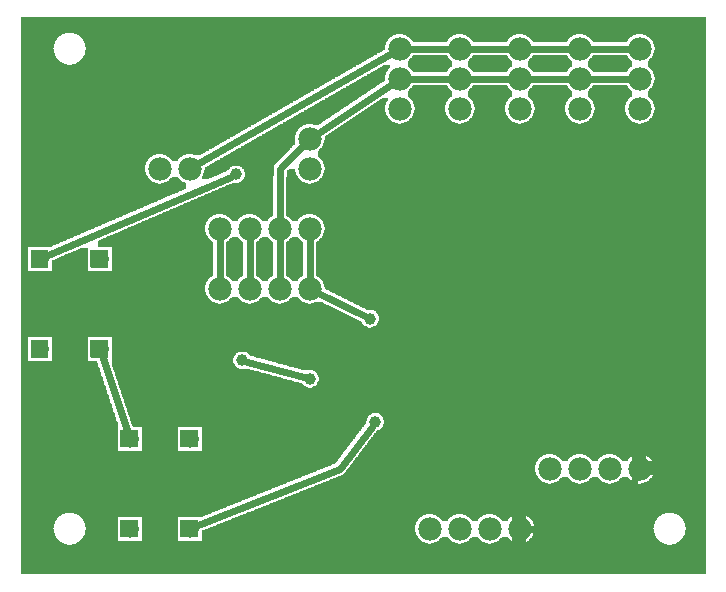
<source format=gbl>
G04 MADE WITH FRITZING*
G04 WWW.FRITZING.ORG*
G04 DOUBLE SIDED*
G04 HOLES PLATED*
G04 CONTOUR ON CENTER OF CONTOUR VECTOR*
%ASAXBY*%
%FSLAX23Y23*%
%MOIN*%
%OFA0B0*%
%SFA1.0B1.0*%
%ADD10C,0.075000*%
%ADD11C,0.078000*%
%ADD12C,0.059370*%
%ADD13C,0.039370*%
%ADD14C,0.024000*%
%ADD15R,0.001000X0.001000*%
%LNCOPPER0*%
G90*
G70*
G54D10*
X2204Y1821D03*
G54D11*
X502Y1392D03*
X602Y1392D03*
X702Y992D03*
X802Y992D03*
X902Y992D03*
X1002Y992D03*
X702Y1192D03*
X802Y1192D03*
X902Y1192D03*
X1002Y1192D03*
G54D12*
X102Y792D03*
X102Y1092D03*
X302Y792D03*
X302Y1092D03*
X602Y492D03*
X602Y192D03*
X402Y492D03*
X402Y192D03*
G54D11*
X1802Y392D03*
X1902Y392D03*
X2002Y392D03*
X2102Y392D03*
X1702Y192D03*
X1602Y192D03*
X1502Y192D03*
X1402Y192D03*
X2102Y1592D03*
X2102Y1692D03*
X2102Y1792D03*
X1302Y1592D03*
X1302Y1692D03*
X1302Y1792D03*
X1702Y1592D03*
X1702Y1692D03*
X1702Y1792D03*
X1902Y1592D03*
X1902Y1692D03*
X1902Y1792D03*
X1502Y1592D03*
X1502Y1692D03*
X1502Y1792D03*
X1002Y1392D03*
X1002Y1492D03*
G54D13*
X757Y1374D03*
X1203Y893D03*
X1220Y548D03*
X1002Y692D03*
X777Y754D03*
G54D14*
X702Y1162D02*
X702Y1023D01*
D02*
X802Y1162D02*
X802Y1023D01*
D02*
X902Y1162D02*
X902Y1023D01*
D02*
X1002Y1162D02*
X1002Y1023D01*
D02*
X1332Y1692D02*
X1472Y1692D01*
D02*
X1532Y1692D02*
X1672Y1692D01*
D02*
X1732Y1692D02*
X1872Y1692D01*
D02*
X1932Y1692D02*
X2072Y1692D01*
D02*
X1932Y1792D02*
X2072Y1792D01*
D02*
X1732Y1792D02*
X1872Y1792D01*
D02*
X1532Y1792D02*
X1672Y1792D01*
D02*
X1332Y1792D02*
X1472Y1792D01*
D02*
X392Y522D02*
X312Y763D01*
D02*
X1027Y1509D02*
X1277Y1676D01*
D02*
X903Y1392D02*
X902Y1223D01*
D02*
X981Y1471D02*
X903Y1392D01*
D02*
X739Y1366D02*
X131Y1105D01*
D02*
X1186Y901D02*
X1029Y979D01*
D02*
X1102Y392D02*
X1209Y533D01*
D02*
X631Y204D02*
X1102Y392D01*
D02*
X795Y749D02*
X984Y697D01*
D02*
X2002Y192D02*
X1732Y192D01*
D02*
X2089Y365D02*
X2002Y192D01*
D02*
X1276Y1778D02*
X628Y1407D01*
G36*
X1346Y1771D02*
X1346Y1769D01*
X1344Y1769D01*
X1344Y1765D01*
X1342Y1765D01*
X1342Y1763D01*
X1340Y1763D01*
X1340Y1761D01*
X1338Y1761D01*
X1338Y1759D01*
X1336Y1759D01*
X1336Y1757D01*
X1334Y1757D01*
X1334Y1755D01*
X1332Y1755D01*
X1332Y1753D01*
X1330Y1753D01*
X1330Y1733D01*
X1332Y1733D01*
X1332Y1731D01*
X1334Y1731D01*
X1334Y1729D01*
X1336Y1729D01*
X1336Y1727D01*
X1338Y1727D01*
X1338Y1725D01*
X1340Y1725D01*
X1340Y1723D01*
X1342Y1723D01*
X1342Y1719D01*
X1344Y1719D01*
X1344Y1717D01*
X1346Y1717D01*
X1346Y1715D01*
X1460Y1715D01*
X1460Y1719D01*
X1462Y1719D01*
X1462Y1721D01*
X1464Y1721D01*
X1464Y1725D01*
X1466Y1725D01*
X1466Y1727D01*
X1468Y1727D01*
X1468Y1729D01*
X1470Y1729D01*
X1470Y1731D01*
X1474Y1731D01*
X1474Y1733D01*
X1476Y1733D01*
X1476Y1753D01*
X1472Y1753D01*
X1472Y1755D01*
X1470Y1755D01*
X1470Y1757D01*
X1468Y1757D01*
X1468Y1759D01*
X1466Y1759D01*
X1466Y1761D01*
X1464Y1761D01*
X1464Y1763D01*
X1462Y1763D01*
X1462Y1767D01*
X1460Y1767D01*
X1460Y1771D01*
X1346Y1771D01*
G37*
D02*
G36*
X1546Y1771D02*
X1546Y1769D01*
X1544Y1769D01*
X1544Y1765D01*
X1542Y1765D01*
X1542Y1763D01*
X1540Y1763D01*
X1540Y1761D01*
X1538Y1761D01*
X1538Y1759D01*
X1536Y1759D01*
X1536Y1757D01*
X1534Y1757D01*
X1534Y1755D01*
X1532Y1755D01*
X1532Y1753D01*
X1530Y1753D01*
X1530Y1733D01*
X1532Y1733D01*
X1532Y1731D01*
X1534Y1731D01*
X1534Y1729D01*
X1536Y1729D01*
X1536Y1727D01*
X1538Y1727D01*
X1538Y1725D01*
X1540Y1725D01*
X1540Y1723D01*
X1542Y1723D01*
X1542Y1719D01*
X1544Y1719D01*
X1544Y1717D01*
X1546Y1717D01*
X1546Y1715D01*
X1660Y1715D01*
X1660Y1719D01*
X1662Y1719D01*
X1662Y1721D01*
X1664Y1721D01*
X1664Y1725D01*
X1666Y1725D01*
X1666Y1727D01*
X1668Y1727D01*
X1668Y1729D01*
X1670Y1729D01*
X1670Y1731D01*
X1674Y1731D01*
X1674Y1733D01*
X1676Y1733D01*
X1676Y1753D01*
X1672Y1753D01*
X1672Y1755D01*
X1670Y1755D01*
X1670Y1757D01*
X1668Y1757D01*
X1668Y1759D01*
X1666Y1759D01*
X1666Y1761D01*
X1664Y1761D01*
X1664Y1763D01*
X1662Y1763D01*
X1662Y1767D01*
X1660Y1767D01*
X1660Y1771D01*
X1546Y1771D01*
G37*
D02*
G36*
X1746Y1771D02*
X1746Y1769D01*
X1744Y1769D01*
X1744Y1765D01*
X1742Y1765D01*
X1742Y1763D01*
X1740Y1763D01*
X1740Y1761D01*
X1738Y1761D01*
X1738Y1759D01*
X1736Y1759D01*
X1736Y1757D01*
X1734Y1757D01*
X1734Y1755D01*
X1732Y1755D01*
X1732Y1753D01*
X1730Y1753D01*
X1730Y1733D01*
X1732Y1733D01*
X1732Y1731D01*
X1734Y1731D01*
X1734Y1729D01*
X1736Y1729D01*
X1736Y1727D01*
X1738Y1727D01*
X1738Y1725D01*
X1740Y1725D01*
X1740Y1723D01*
X1742Y1723D01*
X1742Y1719D01*
X1744Y1719D01*
X1744Y1717D01*
X1746Y1717D01*
X1746Y1715D01*
X1860Y1715D01*
X1860Y1719D01*
X1862Y1719D01*
X1862Y1721D01*
X1864Y1721D01*
X1864Y1725D01*
X1866Y1725D01*
X1866Y1727D01*
X1868Y1727D01*
X1868Y1729D01*
X1870Y1729D01*
X1870Y1731D01*
X1874Y1731D01*
X1874Y1733D01*
X1876Y1733D01*
X1876Y1753D01*
X1872Y1753D01*
X1872Y1755D01*
X1870Y1755D01*
X1870Y1757D01*
X1868Y1757D01*
X1868Y1759D01*
X1866Y1759D01*
X1866Y1761D01*
X1864Y1761D01*
X1864Y1763D01*
X1862Y1763D01*
X1862Y1767D01*
X1860Y1767D01*
X1860Y1771D01*
X1746Y1771D01*
G37*
D02*
G36*
X1946Y1771D02*
X1946Y1769D01*
X1944Y1769D01*
X1944Y1765D01*
X1942Y1765D01*
X1942Y1763D01*
X1940Y1763D01*
X1940Y1761D01*
X1938Y1761D01*
X1938Y1759D01*
X1936Y1759D01*
X1936Y1757D01*
X1934Y1757D01*
X1934Y1755D01*
X1932Y1755D01*
X1932Y1753D01*
X1930Y1753D01*
X1930Y1733D01*
X1932Y1733D01*
X1932Y1731D01*
X1934Y1731D01*
X1934Y1729D01*
X1936Y1729D01*
X1936Y1727D01*
X1938Y1727D01*
X1938Y1725D01*
X1940Y1725D01*
X1940Y1723D01*
X1942Y1723D01*
X1942Y1719D01*
X1944Y1719D01*
X1944Y1717D01*
X1946Y1717D01*
X1946Y1715D01*
X2060Y1715D01*
X2060Y1719D01*
X2062Y1719D01*
X2062Y1721D01*
X2064Y1721D01*
X2064Y1725D01*
X2066Y1725D01*
X2066Y1727D01*
X2068Y1727D01*
X2068Y1729D01*
X2070Y1729D01*
X2070Y1731D01*
X2074Y1731D01*
X2074Y1733D01*
X2076Y1733D01*
X2076Y1753D01*
X2072Y1753D01*
X2072Y1755D01*
X2070Y1755D01*
X2070Y1757D01*
X2068Y1757D01*
X2068Y1759D01*
X2066Y1759D01*
X2066Y1761D01*
X2064Y1761D01*
X2064Y1763D01*
X2062Y1763D01*
X2062Y1767D01*
X2060Y1767D01*
X2060Y1771D01*
X1946Y1771D01*
G37*
D02*
G36*
X40Y1897D02*
X40Y1845D01*
X216Y1845D01*
X216Y1843D01*
X222Y1843D01*
X222Y1841D01*
X2114Y1841D01*
X2114Y1839D01*
X2120Y1839D01*
X2120Y1837D01*
X2124Y1837D01*
X2124Y1835D01*
X2128Y1835D01*
X2128Y1833D01*
X2132Y1833D01*
X2132Y1831D01*
X2134Y1831D01*
X2134Y1829D01*
X2136Y1829D01*
X2136Y1827D01*
X2138Y1827D01*
X2138Y1825D01*
X2140Y1825D01*
X2140Y1823D01*
X2142Y1823D01*
X2142Y1819D01*
X2144Y1819D01*
X2144Y1817D01*
X2146Y1817D01*
X2146Y1813D01*
X2148Y1813D01*
X2148Y1807D01*
X2150Y1807D01*
X2150Y1797D01*
X2152Y1797D01*
X2152Y1789D01*
X2150Y1789D01*
X2150Y1779D01*
X2148Y1779D01*
X2148Y1773D01*
X2146Y1773D01*
X2146Y1769D01*
X2144Y1769D01*
X2144Y1765D01*
X2142Y1765D01*
X2142Y1763D01*
X2140Y1763D01*
X2140Y1761D01*
X2138Y1761D01*
X2138Y1759D01*
X2136Y1759D01*
X2136Y1757D01*
X2134Y1757D01*
X2134Y1755D01*
X2132Y1755D01*
X2132Y1753D01*
X2130Y1753D01*
X2130Y1733D01*
X2132Y1733D01*
X2132Y1731D01*
X2134Y1731D01*
X2134Y1729D01*
X2136Y1729D01*
X2136Y1727D01*
X2138Y1727D01*
X2138Y1725D01*
X2140Y1725D01*
X2140Y1723D01*
X2142Y1723D01*
X2142Y1719D01*
X2144Y1719D01*
X2144Y1717D01*
X2146Y1717D01*
X2146Y1713D01*
X2148Y1713D01*
X2148Y1707D01*
X2150Y1707D01*
X2150Y1697D01*
X2152Y1697D01*
X2152Y1689D01*
X2150Y1689D01*
X2150Y1679D01*
X2148Y1679D01*
X2148Y1673D01*
X2146Y1673D01*
X2146Y1669D01*
X2144Y1669D01*
X2144Y1665D01*
X2142Y1665D01*
X2142Y1663D01*
X2140Y1663D01*
X2140Y1661D01*
X2138Y1661D01*
X2138Y1659D01*
X2136Y1659D01*
X2136Y1657D01*
X2134Y1657D01*
X2134Y1655D01*
X2132Y1655D01*
X2132Y1653D01*
X2130Y1653D01*
X2130Y1633D01*
X2132Y1633D01*
X2132Y1631D01*
X2134Y1631D01*
X2134Y1629D01*
X2136Y1629D01*
X2136Y1627D01*
X2138Y1627D01*
X2138Y1625D01*
X2140Y1625D01*
X2140Y1623D01*
X2142Y1623D01*
X2142Y1619D01*
X2144Y1619D01*
X2144Y1617D01*
X2146Y1617D01*
X2146Y1613D01*
X2148Y1613D01*
X2148Y1607D01*
X2150Y1607D01*
X2150Y1597D01*
X2152Y1597D01*
X2152Y1589D01*
X2150Y1589D01*
X2150Y1579D01*
X2148Y1579D01*
X2148Y1573D01*
X2146Y1573D01*
X2146Y1569D01*
X2144Y1569D01*
X2144Y1565D01*
X2142Y1565D01*
X2142Y1563D01*
X2140Y1563D01*
X2140Y1561D01*
X2138Y1561D01*
X2138Y1559D01*
X2136Y1559D01*
X2136Y1557D01*
X2134Y1557D01*
X2134Y1555D01*
X2132Y1555D01*
X2132Y1553D01*
X2130Y1553D01*
X2130Y1551D01*
X2126Y1551D01*
X2126Y1549D01*
X2122Y1549D01*
X2122Y1547D01*
X2116Y1547D01*
X2116Y1545D01*
X2108Y1545D01*
X2108Y1543D01*
X2322Y1543D01*
X2322Y1897D01*
X40Y1897D01*
G37*
D02*
G36*
X40Y1845D02*
X40Y1739D01*
X194Y1739D01*
X194Y1741D01*
X186Y1741D01*
X186Y1743D01*
X182Y1743D01*
X182Y1745D01*
X178Y1745D01*
X178Y1747D01*
X174Y1747D01*
X174Y1749D01*
X170Y1749D01*
X170Y1751D01*
X168Y1751D01*
X168Y1753D01*
X166Y1753D01*
X166Y1755D01*
X164Y1755D01*
X164Y1757D01*
X162Y1757D01*
X162Y1759D01*
X160Y1759D01*
X160Y1761D01*
X158Y1761D01*
X158Y1765D01*
X156Y1765D01*
X156Y1769D01*
X154Y1769D01*
X154Y1773D01*
X152Y1773D01*
X152Y1779D01*
X150Y1779D01*
X150Y1791D01*
X148Y1791D01*
X148Y1795D01*
X150Y1795D01*
X150Y1807D01*
X152Y1807D01*
X152Y1813D01*
X154Y1813D01*
X154Y1817D01*
X156Y1817D01*
X156Y1821D01*
X158Y1821D01*
X158Y1823D01*
X160Y1823D01*
X160Y1827D01*
X162Y1827D01*
X162Y1829D01*
X164Y1829D01*
X164Y1831D01*
X166Y1831D01*
X166Y1833D01*
X168Y1833D01*
X168Y1835D01*
X172Y1835D01*
X172Y1837D01*
X174Y1837D01*
X174Y1839D01*
X178Y1839D01*
X178Y1841D01*
X182Y1841D01*
X182Y1843D01*
X188Y1843D01*
X188Y1845D01*
X40Y1845D01*
G37*
D02*
G36*
X226Y1841D02*
X226Y1839D01*
X230Y1839D01*
X230Y1837D01*
X232Y1837D01*
X232Y1835D01*
X236Y1835D01*
X236Y1833D01*
X238Y1833D01*
X238Y1831D01*
X240Y1831D01*
X240Y1829D01*
X242Y1829D01*
X242Y1827D01*
X244Y1827D01*
X244Y1825D01*
X246Y1825D01*
X246Y1821D01*
X248Y1821D01*
X248Y1817D01*
X250Y1817D01*
X250Y1813D01*
X252Y1813D01*
X252Y1809D01*
X254Y1809D01*
X254Y1799D01*
X256Y1799D01*
X256Y1787D01*
X254Y1787D01*
X254Y1777D01*
X252Y1777D01*
X252Y1771D01*
X250Y1771D01*
X250Y1769D01*
X248Y1769D01*
X248Y1765D01*
X246Y1765D01*
X246Y1761D01*
X244Y1761D01*
X244Y1759D01*
X242Y1759D01*
X242Y1757D01*
X240Y1757D01*
X240Y1755D01*
X238Y1755D01*
X238Y1753D01*
X236Y1753D01*
X236Y1751D01*
X234Y1751D01*
X234Y1749D01*
X230Y1749D01*
X230Y1747D01*
X228Y1747D01*
X228Y1745D01*
X224Y1745D01*
X224Y1743D01*
X218Y1743D01*
X218Y1741D01*
X210Y1741D01*
X210Y1739D01*
X1166Y1739D01*
X1166Y1741D01*
X1170Y1741D01*
X1170Y1743D01*
X1172Y1743D01*
X1172Y1745D01*
X1176Y1745D01*
X1176Y1747D01*
X1180Y1747D01*
X1180Y1749D01*
X1184Y1749D01*
X1184Y1751D01*
X1186Y1751D01*
X1186Y1753D01*
X1190Y1753D01*
X1190Y1755D01*
X1194Y1755D01*
X1194Y1757D01*
X1198Y1757D01*
X1198Y1759D01*
X1200Y1759D01*
X1200Y1761D01*
X1204Y1761D01*
X1204Y1763D01*
X1208Y1763D01*
X1208Y1765D01*
X1212Y1765D01*
X1212Y1767D01*
X1214Y1767D01*
X1214Y1769D01*
X1218Y1769D01*
X1218Y1771D01*
X1222Y1771D01*
X1222Y1773D01*
X1226Y1773D01*
X1226Y1775D01*
X1228Y1775D01*
X1228Y1777D01*
X1232Y1777D01*
X1232Y1779D01*
X1236Y1779D01*
X1236Y1781D01*
X1240Y1781D01*
X1240Y1783D01*
X1242Y1783D01*
X1242Y1785D01*
X1246Y1785D01*
X1246Y1787D01*
X1250Y1787D01*
X1250Y1789D01*
X1254Y1789D01*
X1254Y1805D01*
X1256Y1805D01*
X1256Y1811D01*
X1258Y1811D01*
X1258Y1815D01*
X1260Y1815D01*
X1260Y1819D01*
X1262Y1819D01*
X1262Y1821D01*
X1264Y1821D01*
X1264Y1825D01*
X1266Y1825D01*
X1266Y1827D01*
X1268Y1827D01*
X1268Y1829D01*
X1270Y1829D01*
X1270Y1831D01*
X1274Y1831D01*
X1274Y1833D01*
X1276Y1833D01*
X1276Y1835D01*
X1280Y1835D01*
X1280Y1837D01*
X1284Y1837D01*
X1284Y1839D01*
X1290Y1839D01*
X1290Y1841D01*
X226Y1841D01*
G37*
D02*
G36*
X1314Y1841D02*
X1314Y1839D01*
X1320Y1839D01*
X1320Y1837D01*
X1324Y1837D01*
X1324Y1835D01*
X1328Y1835D01*
X1328Y1833D01*
X1332Y1833D01*
X1332Y1831D01*
X1334Y1831D01*
X1334Y1829D01*
X1336Y1829D01*
X1336Y1827D01*
X1338Y1827D01*
X1338Y1825D01*
X1340Y1825D01*
X1340Y1823D01*
X1342Y1823D01*
X1342Y1819D01*
X1344Y1819D01*
X1344Y1817D01*
X1346Y1817D01*
X1346Y1815D01*
X1460Y1815D01*
X1460Y1819D01*
X1462Y1819D01*
X1462Y1821D01*
X1464Y1821D01*
X1464Y1825D01*
X1466Y1825D01*
X1466Y1827D01*
X1468Y1827D01*
X1468Y1829D01*
X1470Y1829D01*
X1470Y1831D01*
X1474Y1831D01*
X1474Y1833D01*
X1476Y1833D01*
X1476Y1835D01*
X1480Y1835D01*
X1480Y1837D01*
X1484Y1837D01*
X1484Y1839D01*
X1490Y1839D01*
X1490Y1841D01*
X1314Y1841D01*
G37*
D02*
G36*
X1514Y1841D02*
X1514Y1839D01*
X1520Y1839D01*
X1520Y1837D01*
X1524Y1837D01*
X1524Y1835D01*
X1528Y1835D01*
X1528Y1833D01*
X1532Y1833D01*
X1532Y1831D01*
X1534Y1831D01*
X1534Y1829D01*
X1536Y1829D01*
X1536Y1827D01*
X1538Y1827D01*
X1538Y1825D01*
X1540Y1825D01*
X1540Y1823D01*
X1542Y1823D01*
X1542Y1819D01*
X1544Y1819D01*
X1544Y1817D01*
X1546Y1817D01*
X1546Y1815D01*
X1660Y1815D01*
X1660Y1819D01*
X1662Y1819D01*
X1662Y1821D01*
X1664Y1821D01*
X1664Y1825D01*
X1666Y1825D01*
X1666Y1827D01*
X1668Y1827D01*
X1668Y1829D01*
X1670Y1829D01*
X1670Y1831D01*
X1674Y1831D01*
X1674Y1833D01*
X1676Y1833D01*
X1676Y1835D01*
X1680Y1835D01*
X1680Y1837D01*
X1684Y1837D01*
X1684Y1839D01*
X1690Y1839D01*
X1690Y1841D01*
X1514Y1841D01*
G37*
D02*
G36*
X1714Y1841D02*
X1714Y1839D01*
X1720Y1839D01*
X1720Y1837D01*
X1724Y1837D01*
X1724Y1835D01*
X1728Y1835D01*
X1728Y1833D01*
X1732Y1833D01*
X1732Y1831D01*
X1734Y1831D01*
X1734Y1829D01*
X1736Y1829D01*
X1736Y1827D01*
X1738Y1827D01*
X1738Y1825D01*
X1740Y1825D01*
X1740Y1823D01*
X1742Y1823D01*
X1742Y1819D01*
X1744Y1819D01*
X1744Y1817D01*
X1746Y1817D01*
X1746Y1815D01*
X1860Y1815D01*
X1860Y1819D01*
X1862Y1819D01*
X1862Y1821D01*
X1864Y1821D01*
X1864Y1825D01*
X1866Y1825D01*
X1866Y1827D01*
X1868Y1827D01*
X1868Y1829D01*
X1870Y1829D01*
X1870Y1831D01*
X1874Y1831D01*
X1874Y1833D01*
X1876Y1833D01*
X1876Y1835D01*
X1880Y1835D01*
X1880Y1837D01*
X1884Y1837D01*
X1884Y1839D01*
X1890Y1839D01*
X1890Y1841D01*
X1714Y1841D01*
G37*
D02*
G36*
X1914Y1841D02*
X1914Y1839D01*
X1920Y1839D01*
X1920Y1837D01*
X1924Y1837D01*
X1924Y1835D01*
X1928Y1835D01*
X1928Y1833D01*
X1932Y1833D01*
X1932Y1831D01*
X1934Y1831D01*
X1934Y1829D01*
X1936Y1829D01*
X1936Y1827D01*
X1938Y1827D01*
X1938Y1825D01*
X1940Y1825D01*
X1940Y1823D01*
X1942Y1823D01*
X1942Y1819D01*
X1944Y1819D01*
X1944Y1817D01*
X1946Y1817D01*
X1946Y1815D01*
X2060Y1815D01*
X2060Y1819D01*
X2062Y1819D01*
X2062Y1821D01*
X2064Y1821D01*
X2064Y1825D01*
X2066Y1825D01*
X2066Y1827D01*
X2068Y1827D01*
X2068Y1829D01*
X2070Y1829D01*
X2070Y1831D01*
X2074Y1831D01*
X2074Y1833D01*
X2076Y1833D01*
X2076Y1835D01*
X2080Y1835D01*
X2080Y1837D01*
X2084Y1837D01*
X2084Y1839D01*
X2090Y1839D01*
X2090Y1841D01*
X1914Y1841D01*
G37*
D02*
G36*
X40Y1739D02*
X40Y1737D01*
X1162Y1737D01*
X1162Y1739D01*
X40Y1739D01*
G37*
D02*
G36*
X40Y1739D02*
X40Y1737D01*
X1162Y1737D01*
X1162Y1739D01*
X40Y1739D01*
G37*
D02*
G36*
X1250Y1739D02*
X1250Y1737D01*
X1248Y1737D01*
X1248Y1735D01*
X1244Y1735D01*
X1244Y1733D01*
X1240Y1733D01*
X1240Y1731D01*
X1236Y1731D01*
X1236Y1729D01*
X1234Y1729D01*
X1234Y1727D01*
X1230Y1727D01*
X1230Y1725D01*
X1226Y1725D01*
X1226Y1723D01*
X1222Y1723D01*
X1222Y1721D01*
X1220Y1721D01*
X1220Y1719D01*
X1216Y1719D01*
X1216Y1717D01*
X1212Y1717D01*
X1212Y1715D01*
X1208Y1715D01*
X1208Y1713D01*
X1206Y1713D01*
X1206Y1711D01*
X1202Y1711D01*
X1202Y1709D01*
X1198Y1709D01*
X1198Y1707D01*
X1194Y1707D01*
X1194Y1705D01*
X1192Y1705D01*
X1192Y1703D01*
X1188Y1703D01*
X1188Y1701D01*
X1184Y1701D01*
X1184Y1699D01*
X1180Y1699D01*
X1180Y1697D01*
X1178Y1697D01*
X1178Y1695D01*
X1174Y1695D01*
X1174Y1693D01*
X1170Y1693D01*
X1170Y1691D01*
X1166Y1691D01*
X1166Y1689D01*
X1164Y1689D01*
X1164Y1687D01*
X1160Y1687D01*
X1160Y1685D01*
X1156Y1685D01*
X1156Y1683D01*
X1152Y1683D01*
X1152Y1681D01*
X1150Y1681D01*
X1150Y1679D01*
X1146Y1679D01*
X1146Y1677D01*
X1142Y1677D01*
X1142Y1675D01*
X1138Y1675D01*
X1138Y1673D01*
X1136Y1673D01*
X1136Y1671D01*
X1132Y1671D01*
X1132Y1669D01*
X1128Y1669D01*
X1128Y1667D01*
X1124Y1667D01*
X1124Y1665D01*
X1122Y1665D01*
X1122Y1663D01*
X1118Y1663D01*
X1118Y1661D01*
X1114Y1661D01*
X1114Y1659D01*
X1110Y1659D01*
X1110Y1657D01*
X1108Y1657D01*
X1108Y1655D01*
X1104Y1655D01*
X1104Y1653D01*
X1100Y1653D01*
X1100Y1651D01*
X1096Y1651D01*
X1096Y1649D01*
X1094Y1649D01*
X1094Y1647D01*
X1090Y1647D01*
X1090Y1645D01*
X1086Y1645D01*
X1086Y1643D01*
X1082Y1643D01*
X1082Y1641D01*
X1080Y1641D01*
X1080Y1639D01*
X1076Y1639D01*
X1076Y1637D01*
X1072Y1637D01*
X1072Y1635D01*
X1068Y1635D01*
X1068Y1633D01*
X1066Y1633D01*
X1066Y1631D01*
X1062Y1631D01*
X1062Y1629D01*
X1058Y1629D01*
X1058Y1627D01*
X1054Y1627D01*
X1054Y1625D01*
X1052Y1625D01*
X1052Y1623D01*
X1048Y1623D01*
X1048Y1621D01*
X1044Y1621D01*
X1044Y1619D01*
X1040Y1619D01*
X1040Y1617D01*
X1038Y1617D01*
X1038Y1615D01*
X1034Y1615D01*
X1034Y1613D01*
X1030Y1613D01*
X1030Y1611D01*
X1026Y1611D01*
X1026Y1609D01*
X1024Y1609D01*
X1024Y1607D01*
X1020Y1607D01*
X1020Y1605D01*
X1016Y1605D01*
X1016Y1603D01*
X1012Y1603D01*
X1012Y1601D01*
X1010Y1601D01*
X1010Y1599D01*
X1006Y1599D01*
X1006Y1597D01*
X1002Y1597D01*
X1002Y1595D01*
X998Y1595D01*
X998Y1593D01*
X996Y1593D01*
X996Y1591D01*
X992Y1591D01*
X992Y1589D01*
X988Y1589D01*
X988Y1587D01*
X984Y1587D01*
X984Y1585D01*
X982Y1585D01*
X982Y1583D01*
X978Y1583D01*
X978Y1581D01*
X974Y1581D01*
X974Y1579D01*
X970Y1579D01*
X970Y1577D01*
X968Y1577D01*
X968Y1575D01*
X964Y1575D01*
X964Y1573D01*
X960Y1573D01*
X960Y1571D01*
X956Y1571D01*
X956Y1569D01*
X954Y1569D01*
X954Y1567D01*
X950Y1567D01*
X950Y1565D01*
X946Y1565D01*
X946Y1563D01*
X942Y1563D01*
X942Y1561D01*
X940Y1561D01*
X940Y1559D01*
X936Y1559D01*
X936Y1557D01*
X932Y1557D01*
X932Y1555D01*
X928Y1555D01*
X928Y1553D01*
X926Y1553D01*
X926Y1551D01*
X922Y1551D01*
X922Y1549D01*
X918Y1549D01*
X918Y1547D01*
X914Y1547D01*
X914Y1545D01*
X912Y1545D01*
X912Y1543D01*
X908Y1543D01*
X908Y1541D01*
X1014Y1541D01*
X1014Y1539D01*
X1034Y1539D01*
X1034Y1541D01*
X1036Y1541D01*
X1036Y1543D01*
X1040Y1543D01*
X1040Y1545D01*
X1042Y1545D01*
X1042Y1547D01*
X1046Y1547D01*
X1046Y1549D01*
X1048Y1549D01*
X1048Y1551D01*
X1052Y1551D01*
X1052Y1553D01*
X1054Y1553D01*
X1054Y1555D01*
X1058Y1555D01*
X1058Y1557D01*
X1060Y1557D01*
X1060Y1559D01*
X1064Y1559D01*
X1064Y1561D01*
X1066Y1561D01*
X1066Y1563D01*
X1070Y1563D01*
X1070Y1565D01*
X1072Y1565D01*
X1072Y1567D01*
X1076Y1567D01*
X1076Y1569D01*
X1078Y1569D01*
X1078Y1571D01*
X1082Y1571D01*
X1082Y1573D01*
X1084Y1573D01*
X1084Y1575D01*
X1088Y1575D01*
X1088Y1577D01*
X1090Y1577D01*
X1090Y1579D01*
X1094Y1579D01*
X1094Y1581D01*
X1096Y1581D01*
X1096Y1583D01*
X1100Y1583D01*
X1100Y1585D01*
X1102Y1585D01*
X1102Y1587D01*
X1106Y1587D01*
X1106Y1589D01*
X1108Y1589D01*
X1108Y1591D01*
X1112Y1591D01*
X1112Y1593D01*
X1114Y1593D01*
X1114Y1595D01*
X1118Y1595D01*
X1118Y1597D01*
X1120Y1597D01*
X1120Y1599D01*
X1124Y1599D01*
X1124Y1601D01*
X1126Y1601D01*
X1126Y1603D01*
X1130Y1603D01*
X1130Y1605D01*
X1132Y1605D01*
X1132Y1607D01*
X1136Y1607D01*
X1136Y1609D01*
X1138Y1609D01*
X1138Y1611D01*
X1142Y1611D01*
X1142Y1613D01*
X1144Y1613D01*
X1144Y1615D01*
X1148Y1615D01*
X1148Y1617D01*
X1150Y1617D01*
X1150Y1619D01*
X1154Y1619D01*
X1154Y1621D01*
X1156Y1621D01*
X1156Y1623D01*
X1160Y1623D01*
X1160Y1625D01*
X1162Y1625D01*
X1162Y1627D01*
X1166Y1627D01*
X1166Y1629D01*
X1168Y1629D01*
X1168Y1631D01*
X1172Y1631D01*
X1172Y1633D01*
X1174Y1633D01*
X1174Y1635D01*
X1178Y1635D01*
X1178Y1637D01*
X1180Y1637D01*
X1180Y1639D01*
X1184Y1639D01*
X1184Y1641D01*
X1186Y1641D01*
X1186Y1643D01*
X1190Y1643D01*
X1190Y1645D01*
X1192Y1645D01*
X1192Y1647D01*
X1196Y1647D01*
X1196Y1649D01*
X1198Y1649D01*
X1198Y1651D01*
X1202Y1651D01*
X1202Y1653D01*
X1204Y1653D01*
X1204Y1655D01*
X1208Y1655D01*
X1208Y1657D01*
X1210Y1657D01*
X1210Y1659D01*
X1214Y1659D01*
X1214Y1661D01*
X1216Y1661D01*
X1216Y1663D01*
X1220Y1663D01*
X1220Y1665D01*
X1222Y1665D01*
X1222Y1667D01*
X1226Y1667D01*
X1226Y1669D01*
X1228Y1669D01*
X1228Y1671D01*
X1232Y1671D01*
X1232Y1673D01*
X1234Y1673D01*
X1234Y1675D01*
X1238Y1675D01*
X1238Y1677D01*
X1240Y1677D01*
X1240Y1679D01*
X1244Y1679D01*
X1244Y1681D01*
X1246Y1681D01*
X1246Y1683D01*
X1250Y1683D01*
X1250Y1685D01*
X1252Y1685D01*
X1252Y1687D01*
X1254Y1687D01*
X1254Y1705D01*
X1256Y1705D01*
X1256Y1711D01*
X1258Y1711D01*
X1258Y1715D01*
X1260Y1715D01*
X1260Y1719D01*
X1262Y1719D01*
X1262Y1721D01*
X1264Y1721D01*
X1264Y1725D01*
X1266Y1725D01*
X1266Y1727D01*
X1268Y1727D01*
X1268Y1729D01*
X1270Y1729D01*
X1270Y1739D01*
X1250Y1739D01*
G37*
D02*
G36*
X40Y1737D02*
X40Y1441D01*
X614Y1441D01*
X614Y1439D01*
X640Y1439D01*
X640Y1441D01*
X644Y1441D01*
X644Y1443D01*
X648Y1443D01*
X648Y1445D01*
X652Y1445D01*
X652Y1447D01*
X654Y1447D01*
X654Y1449D01*
X658Y1449D01*
X658Y1451D01*
X662Y1451D01*
X662Y1453D01*
X666Y1453D01*
X666Y1455D01*
X668Y1455D01*
X668Y1457D01*
X672Y1457D01*
X672Y1459D01*
X676Y1459D01*
X676Y1461D01*
X680Y1461D01*
X680Y1463D01*
X682Y1463D01*
X682Y1465D01*
X686Y1465D01*
X686Y1467D01*
X690Y1467D01*
X690Y1469D01*
X694Y1469D01*
X694Y1471D01*
X696Y1471D01*
X696Y1473D01*
X700Y1473D01*
X700Y1475D01*
X704Y1475D01*
X704Y1477D01*
X708Y1477D01*
X708Y1479D01*
X710Y1479D01*
X710Y1481D01*
X714Y1481D01*
X714Y1483D01*
X718Y1483D01*
X718Y1485D01*
X722Y1485D01*
X722Y1487D01*
X724Y1487D01*
X724Y1489D01*
X728Y1489D01*
X728Y1491D01*
X732Y1491D01*
X732Y1493D01*
X736Y1493D01*
X736Y1495D01*
X738Y1495D01*
X738Y1497D01*
X742Y1497D01*
X742Y1499D01*
X746Y1499D01*
X746Y1501D01*
X750Y1501D01*
X750Y1503D01*
X752Y1503D01*
X752Y1505D01*
X756Y1505D01*
X756Y1507D01*
X760Y1507D01*
X760Y1509D01*
X764Y1509D01*
X764Y1511D01*
X766Y1511D01*
X766Y1513D01*
X770Y1513D01*
X770Y1515D01*
X774Y1515D01*
X774Y1517D01*
X778Y1517D01*
X778Y1519D01*
X780Y1519D01*
X780Y1521D01*
X784Y1521D01*
X784Y1523D01*
X788Y1523D01*
X788Y1525D01*
X792Y1525D01*
X792Y1527D01*
X794Y1527D01*
X794Y1529D01*
X798Y1529D01*
X798Y1531D01*
X802Y1531D01*
X802Y1533D01*
X806Y1533D01*
X806Y1535D01*
X808Y1535D01*
X808Y1537D01*
X812Y1537D01*
X812Y1539D01*
X816Y1539D01*
X816Y1541D01*
X820Y1541D01*
X820Y1543D01*
X822Y1543D01*
X822Y1545D01*
X826Y1545D01*
X826Y1547D01*
X830Y1547D01*
X830Y1549D01*
X834Y1549D01*
X834Y1551D01*
X836Y1551D01*
X836Y1553D01*
X840Y1553D01*
X840Y1555D01*
X844Y1555D01*
X844Y1557D01*
X848Y1557D01*
X848Y1559D01*
X850Y1559D01*
X850Y1561D01*
X854Y1561D01*
X854Y1563D01*
X858Y1563D01*
X858Y1565D01*
X862Y1565D01*
X862Y1567D01*
X864Y1567D01*
X864Y1569D01*
X868Y1569D01*
X868Y1571D01*
X872Y1571D01*
X872Y1573D01*
X876Y1573D01*
X876Y1575D01*
X878Y1575D01*
X878Y1577D01*
X882Y1577D01*
X882Y1579D01*
X886Y1579D01*
X886Y1581D01*
X890Y1581D01*
X890Y1583D01*
X892Y1583D01*
X892Y1585D01*
X896Y1585D01*
X896Y1587D01*
X900Y1587D01*
X900Y1589D01*
X904Y1589D01*
X904Y1591D01*
X906Y1591D01*
X906Y1593D01*
X910Y1593D01*
X910Y1595D01*
X914Y1595D01*
X914Y1597D01*
X918Y1597D01*
X918Y1599D01*
X920Y1599D01*
X920Y1601D01*
X924Y1601D01*
X924Y1603D01*
X928Y1603D01*
X928Y1605D01*
X932Y1605D01*
X932Y1607D01*
X934Y1607D01*
X934Y1609D01*
X938Y1609D01*
X938Y1611D01*
X942Y1611D01*
X942Y1613D01*
X946Y1613D01*
X946Y1615D01*
X948Y1615D01*
X948Y1617D01*
X952Y1617D01*
X952Y1619D01*
X956Y1619D01*
X956Y1621D01*
X960Y1621D01*
X960Y1623D01*
X962Y1623D01*
X962Y1625D01*
X966Y1625D01*
X966Y1627D01*
X970Y1627D01*
X970Y1629D01*
X974Y1629D01*
X974Y1631D01*
X976Y1631D01*
X976Y1633D01*
X980Y1633D01*
X980Y1635D01*
X984Y1635D01*
X984Y1637D01*
X988Y1637D01*
X988Y1639D01*
X990Y1639D01*
X990Y1641D01*
X994Y1641D01*
X994Y1643D01*
X998Y1643D01*
X998Y1645D01*
X1002Y1645D01*
X1002Y1647D01*
X1004Y1647D01*
X1004Y1649D01*
X1008Y1649D01*
X1008Y1651D01*
X1012Y1651D01*
X1012Y1653D01*
X1016Y1653D01*
X1016Y1655D01*
X1018Y1655D01*
X1018Y1657D01*
X1022Y1657D01*
X1022Y1659D01*
X1026Y1659D01*
X1026Y1661D01*
X1030Y1661D01*
X1030Y1663D01*
X1032Y1663D01*
X1032Y1665D01*
X1036Y1665D01*
X1036Y1667D01*
X1040Y1667D01*
X1040Y1669D01*
X1044Y1669D01*
X1044Y1671D01*
X1046Y1671D01*
X1046Y1673D01*
X1050Y1673D01*
X1050Y1675D01*
X1054Y1675D01*
X1054Y1677D01*
X1058Y1677D01*
X1058Y1679D01*
X1060Y1679D01*
X1060Y1681D01*
X1064Y1681D01*
X1064Y1683D01*
X1068Y1683D01*
X1068Y1685D01*
X1072Y1685D01*
X1072Y1687D01*
X1074Y1687D01*
X1074Y1689D01*
X1078Y1689D01*
X1078Y1691D01*
X1082Y1691D01*
X1082Y1693D01*
X1086Y1693D01*
X1086Y1695D01*
X1088Y1695D01*
X1088Y1697D01*
X1092Y1697D01*
X1092Y1699D01*
X1096Y1699D01*
X1096Y1701D01*
X1100Y1701D01*
X1100Y1703D01*
X1102Y1703D01*
X1102Y1705D01*
X1106Y1705D01*
X1106Y1707D01*
X1110Y1707D01*
X1110Y1709D01*
X1114Y1709D01*
X1114Y1711D01*
X1116Y1711D01*
X1116Y1713D01*
X1120Y1713D01*
X1120Y1715D01*
X1124Y1715D01*
X1124Y1717D01*
X1128Y1717D01*
X1128Y1719D01*
X1130Y1719D01*
X1130Y1721D01*
X1134Y1721D01*
X1134Y1723D01*
X1138Y1723D01*
X1138Y1725D01*
X1142Y1725D01*
X1142Y1727D01*
X1144Y1727D01*
X1144Y1729D01*
X1148Y1729D01*
X1148Y1731D01*
X1152Y1731D01*
X1152Y1733D01*
X1156Y1733D01*
X1156Y1735D01*
X1158Y1735D01*
X1158Y1737D01*
X40Y1737D01*
G37*
D02*
G36*
X1346Y1671D02*
X1346Y1669D01*
X1344Y1669D01*
X1344Y1665D01*
X1342Y1665D01*
X1342Y1663D01*
X1340Y1663D01*
X1340Y1661D01*
X1338Y1661D01*
X1338Y1659D01*
X1336Y1659D01*
X1336Y1657D01*
X1334Y1657D01*
X1334Y1655D01*
X1332Y1655D01*
X1332Y1653D01*
X1330Y1653D01*
X1330Y1633D01*
X1332Y1633D01*
X1332Y1631D01*
X1334Y1631D01*
X1334Y1629D01*
X1336Y1629D01*
X1336Y1627D01*
X1338Y1627D01*
X1338Y1625D01*
X1340Y1625D01*
X1340Y1623D01*
X1342Y1623D01*
X1342Y1619D01*
X1344Y1619D01*
X1344Y1617D01*
X1346Y1617D01*
X1346Y1613D01*
X1348Y1613D01*
X1348Y1607D01*
X1350Y1607D01*
X1350Y1597D01*
X1352Y1597D01*
X1352Y1589D01*
X1350Y1589D01*
X1350Y1579D01*
X1348Y1579D01*
X1348Y1573D01*
X1346Y1573D01*
X1346Y1569D01*
X1344Y1569D01*
X1344Y1565D01*
X1342Y1565D01*
X1342Y1563D01*
X1340Y1563D01*
X1340Y1561D01*
X1338Y1561D01*
X1338Y1559D01*
X1336Y1559D01*
X1336Y1557D01*
X1334Y1557D01*
X1334Y1555D01*
X1332Y1555D01*
X1332Y1553D01*
X1330Y1553D01*
X1330Y1551D01*
X1326Y1551D01*
X1326Y1549D01*
X1322Y1549D01*
X1322Y1547D01*
X1316Y1547D01*
X1316Y1545D01*
X1308Y1545D01*
X1308Y1543D01*
X1498Y1543D01*
X1498Y1545D01*
X1488Y1545D01*
X1488Y1547D01*
X1482Y1547D01*
X1482Y1549D01*
X1478Y1549D01*
X1478Y1551D01*
X1476Y1551D01*
X1476Y1553D01*
X1472Y1553D01*
X1472Y1555D01*
X1470Y1555D01*
X1470Y1557D01*
X1468Y1557D01*
X1468Y1559D01*
X1466Y1559D01*
X1466Y1561D01*
X1464Y1561D01*
X1464Y1563D01*
X1462Y1563D01*
X1462Y1567D01*
X1460Y1567D01*
X1460Y1571D01*
X1458Y1571D01*
X1458Y1573D01*
X1456Y1573D01*
X1456Y1581D01*
X1454Y1581D01*
X1454Y1605D01*
X1456Y1605D01*
X1456Y1611D01*
X1458Y1611D01*
X1458Y1615D01*
X1460Y1615D01*
X1460Y1619D01*
X1462Y1619D01*
X1462Y1621D01*
X1464Y1621D01*
X1464Y1625D01*
X1466Y1625D01*
X1466Y1627D01*
X1468Y1627D01*
X1468Y1629D01*
X1470Y1629D01*
X1470Y1631D01*
X1474Y1631D01*
X1474Y1633D01*
X1476Y1633D01*
X1476Y1653D01*
X1472Y1653D01*
X1472Y1655D01*
X1470Y1655D01*
X1470Y1657D01*
X1468Y1657D01*
X1468Y1659D01*
X1466Y1659D01*
X1466Y1661D01*
X1464Y1661D01*
X1464Y1663D01*
X1462Y1663D01*
X1462Y1667D01*
X1460Y1667D01*
X1460Y1671D01*
X1346Y1671D01*
G37*
D02*
G36*
X1546Y1671D02*
X1546Y1669D01*
X1544Y1669D01*
X1544Y1665D01*
X1542Y1665D01*
X1542Y1663D01*
X1540Y1663D01*
X1540Y1661D01*
X1538Y1661D01*
X1538Y1659D01*
X1536Y1659D01*
X1536Y1657D01*
X1534Y1657D01*
X1534Y1655D01*
X1532Y1655D01*
X1532Y1653D01*
X1530Y1653D01*
X1530Y1633D01*
X1532Y1633D01*
X1532Y1631D01*
X1534Y1631D01*
X1534Y1629D01*
X1536Y1629D01*
X1536Y1627D01*
X1538Y1627D01*
X1538Y1625D01*
X1540Y1625D01*
X1540Y1623D01*
X1542Y1623D01*
X1542Y1619D01*
X1544Y1619D01*
X1544Y1617D01*
X1546Y1617D01*
X1546Y1613D01*
X1548Y1613D01*
X1548Y1607D01*
X1550Y1607D01*
X1550Y1597D01*
X1552Y1597D01*
X1552Y1589D01*
X1550Y1589D01*
X1550Y1579D01*
X1548Y1579D01*
X1548Y1573D01*
X1546Y1573D01*
X1546Y1569D01*
X1544Y1569D01*
X1544Y1565D01*
X1542Y1565D01*
X1542Y1563D01*
X1540Y1563D01*
X1540Y1561D01*
X1538Y1561D01*
X1538Y1559D01*
X1536Y1559D01*
X1536Y1557D01*
X1534Y1557D01*
X1534Y1555D01*
X1532Y1555D01*
X1532Y1553D01*
X1530Y1553D01*
X1530Y1551D01*
X1526Y1551D01*
X1526Y1549D01*
X1522Y1549D01*
X1522Y1547D01*
X1516Y1547D01*
X1516Y1545D01*
X1508Y1545D01*
X1508Y1543D01*
X1698Y1543D01*
X1698Y1545D01*
X1688Y1545D01*
X1688Y1547D01*
X1682Y1547D01*
X1682Y1549D01*
X1678Y1549D01*
X1678Y1551D01*
X1676Y1551D01*
X1676Y1553D01*
X1672Y1553D01*
X1672Y1555D01*
X1670Y1555D01*
X1670Y1557D01*
X1668Y1557D01*
X1668Y1559D01*
X1666Y1559D01*
X1666Y1561D01*
X1664Y1561D01*
X1664Y1563D01*
X1662Y1563D01*
X1662Y1567D01*
X1660Y1567D01*
X1660Y1571D01*
X1658Y1571D01*
X1658Y1573D01*
X1656Y1573D01*
X1656Y1581D01*
X1654Y1581D01*
X1654Y1605D01*
X1656Y1605D01*
X1656Y1611D01*
X1658Y1611D01*
X1658Y1615D01*
X1660Y1615D01*
X1660Y1619D01*
X1662Y1619D01*
X1662Y1621D01*
X1664Y1621D01*
X1664Y1625D01*
X1666Y1625D01*
X1666Y1627D01*
X1668Y1627D01*
X1668Y1629D01*
X1670Y1629D01*
X1670Y1631D01*
X1674Y1631D01*
X1674Y1633D01*
X1676Y1633D01*
X1676Y1653D01*
X1672Y1653D01*
X1672Y1655D01*
X1670Y1655D01*
X1670Y1657D01*
X1668Y1657D01*
X1668Y1659D01*
X1666Y1659D01*
X1666Y1661D01*
X1664Y1661D01*
X1664Y1663D01*
X1662Y1663D01*
X1662Y1667D01*
X1660Y1667D01*
X1660Y1671D01*
X1546Y1671D01*
G37*
D02*
G36*
X1746Y1671D02*
X1746Y1669D01*
X1744Y1669D01*
X1744Y1665D01*
X1742Y1665D01*
X1742Y1663D01*
X1740Y1663D01*
X1740Y1661D01*
X1738Y1661D01*
X1738Y1659D01*
X1736Y1659D01*
X1736Y1657D01*
X1734Y1657D01*
X1734Y1655D01*
X1732Y1655D01*
X1732Y1653D01*
X1730Y1653D01*
X1730Y1633D01*
X1732Y1633D01*
X1732Y1631D01*
X1734Y1631D01*
X1734Y1629D01*
X1736Y1629D01*
X1736Y1627D01*
X1738Y1627D01*
X1738Y1625D01*
X1740Y1625D01*
X1740Y1623D01*
X1742Y1623D01*
X1742Y1619D01*
X1744Y1619D01*
X1744Y1617D01*
X1746Y1617D01*
X1746Y1613D01*
X1748Y1613D01*
X1748Y1607D01*
X1750Y1607D01*
X1750Y1597D01*
X1752Y1597D01*
X1752Y1589D01*
X1750Y1589D01*
X1750Y1579D01*
X1748Y1579D01*
X1748Y1573D01*
X1746Y1573D01*
X1746Y1569D01*
X1744Y1569D01*
X1744Y1565D01*
X1742Y1565D01*
X1742Y1563D01*
X1740Y1563D01*
X1740Y1561D01*
X1738Y1561D01*
X1738Y1559D01*
X1736Y1559D01*
X1736Y1557D01*
X1734Y1557D01*
X1734Y1555D01*
X1732Y1555D01*
X1732Y1553D01*
X1730Y1553D01*
X1730Y1551D01*
X1726Y1551D01*
X1726Y1549D01*
X1722Y1549D01*
X1722Y1547D01*
X1716Y1547D01*
X1716Y1545D01*
X1708Y1545D01*
X1708Y1543D01*
X1898Y1543D01*
X1898Y1545D01*
X1888Y1545D01*
X1888Y1547D01*
X1882Y1547D01*
X1882Y1549D01*
X1878Y1549D01*
X1878Y1551D01*
X1876Y1551D01*
X1876Y1553D01*
X1872Y1553D01*
X1872Y1555D01*
X1870Y1555D01*
X1870Y1557D01*
X1868Y1557D01*
X1868Y1559D01*
X1866Y1559D01*
X1866Y1561D01*
X1864Y1561D01*
X1864Y1563D01*
X1862Y1563D01*
X1862Y1567D01*
X1860Y1567D01*
X1860Y1571D01*
X1858Y1571D01*
X1858Y1573D01*
X1856Y1573D01*
X1856Y1581D01*
X1854Y1581D01*
X1854Y1605D01*
X1856Y1605D01*
X1856Y1611D01*
X1858Y1611D01*
X1858Y1615D01*
X1860Y1615D01*
X1860Y1619D01*
X1862Y1619D01*
X1862Y1621D01*
X1864Y1621D01*
X1864Y1625D01*
X1866Y1625D01*
X1866Y1627D01*
X1868Y1627D01*
X1868Y1629D01*
X1870Y1629D01*
X1870Y1631D01*
X1874Y1631D01*
X1874Y1633D01*
X1876Y1633D01*
X1876Y1653D01*
X1872Y1653D01*
X1872Y1655D01*
X1870Y1655D01*
X1870Y1657D01*
X1868Y1657D01*
X1868Y1659D01*
X1866Y1659D01*
X1866Y1661D01*
X1864Y1661D01*
X1864Y1663D01*
X1862Y1663D01*
X1862Y1667D01*
X1860Y1667D01*
X1860Y1671D01*
X1746Y1671D01*
G37*
D02*
G36*
X1946Y1671D02*
X1946Y1669D01*
X1944Y1669D01*
X1944Y1665D01*
X1942Y1665D01*
X1942Y1663D01*
X1940Y1663D01*
X1940Y1661D01*
X1938Y1661D01*
X1938Y1659D01*
X1936Y1659D01*
X1936Y1657D01*
X1934Y1657D01*
X1934Y1655D01*
X1932Y1655D01*
X1932Y1653D01*
X1930Y1653D01*
X1930Y1633D01*
X1932Y1633D01*
X1932Y1631D01*
X1934Y1631D01*
X1934Y1629D01*
X1936Y1629D01*
X1936Y1627D01*
X1938Y1627D01*
X1938Y1625D01*
X1940Y1625D01*
X1940Y1623D01*
X1942Y1623D01*
X1942Y1619D01*
X1944Y1619D01*
X1944Y1617D01*
X1946Y1617D01*
X1946Y1613D01*
X1948Y1613D01*
X1948Y1607D01*
X1950Y1607D01*
X1950Y1597D01*
X1952Y1597D01*
X1952Y1589D01*
X1950Y1589D01*
X1950Y1579D01*
X1948Y1579D01*
X1948Y1573D01*
X1946Y1573D01*
X1946Y1569D01*
X1944Y1569D01*
X1944Y1565D01*
X1942Y1565D01*
X1942Y1563D01*
X1940Y1563D01*
X1940Y1561D01*
X1938Y1561D01*
X1938Y1559D01*
X1936Y1559D01*
X1936Y1557D01*
X1934Y1557D01*
X1934Y1555D01*
X1932Y1555D01*
X1932Y1553D01*
X1930Y1553D01*
X1930Y1551D01*
X1926Y1551D01*
X1926Y1549D01*
X1922Y1549D01*
X1922Y1547D01*
X1916Y1547D01*
X1916Y1545D01*
X1908Y1545D01*
X1908Y1543D01*
X2098Y1543D01*
X2098Y1545D01*
X2088Y1545D01*
X2088Y1547D01*
X2082Y1547D01*
X2082Y1549D01*
X2078Y1549D01*
X2078Y1551D01*
X2076Y1551D01*
X2076Y1553D01*
X2072Y1553D01*
X2072Y1555D01*
X2070Y1555D01*
X2070Y1557D01*
X2068Y1557D01*
X2068Y1559D01*
X2066Y1559D01*
X2066Y1561D01*
X2064Y1561D01*
X2064Y1563D01*
X2062Y1563D01*
X2062Y1567D01*
X2060Y1567D01*
X2060Y1571D01*
X2058Y1571D01*
X2058Y1573D01*
X2056Y1573D01*
X2056Y1581D01*
X2054Y1581D01*
X2054Y1605D01*
X2056Y1605D01*
X2056Y1611D01*
X2058Y1611D01*
X2058Y1615D01*
X2060Y1615D01*
X2060Y1619D01*
X2062Y1619D01*
X2062Y1621D01*
X2064Y1621D01*
X2064Y1625D01*
X2066Y1625D01*
X2066Y1627D01*
X2068Y1627D01*
X2068Y1629D01*
X2070Y1629D01*
X2070Y1631D01*
X2074Y1631D01*
X2074Y1633D01*
X2076Y1633D01*
X2076Y1653D01*
X2072Y1653D01*
X2072Y1655D01*
X2070Y1655D01*
X2070Y1657D01*
X2068Y1657D01*
X2068Y1659D01*
X2066Y1659D01*
X2066Y1661D01*
X2064Y1661D01*
X2064Y1663D01*
X2062Y1663D01*
X2062Y1667D01*
X2060Y1667D01*
X2060Y1671D01*
X1946Y1671D01*
G37*
D02*
G36*
X1244Y1629D02*
X1244Y1627D01*
X1242Y1627D01*
X1242Y1625D01*
X1238Y1625D01*
X1238Y1623D01*
X1236Y1623D01*
X1236Y1621D01*
X1232Y1621D01*
X1232Y1619D01*
X1230Y1619D01*
X1230Y1617D01*
X1226Y1617D01*
X1226Y1615D01*
X1224Y1615D01*
X1224Y1613D01*
X1220Y1613D01*
X1220Y1611D01*
X1218Y1611D01*
X1218Y1609D01*
X1214Y1609D01*
X1214Y1607D01*
X1212Y1607D01*
X1212Y1605D01*
X1208Y1605D01*
X1208Y1603D01*
X1206Y1603D01*
X1206Y1601D01*
X1202Y1601D01*
X1202Y1599D01*
X1200Y1599D01*
X1200Y1597D01*
X1196Y1597D01*
X1196Y1595D01*
X1194Y1595D01*
X1194Y1593D01*
X1190Y1593D01*
X1190Y1591D01*
X1188Y1591D01*
X1188Y1589D01*
X1184Y1589D01*
X1184Y1587D01*
X1182Y1587D01*
X1182Y1585D01*
X1178Y1585D01*
X1178Y1583D01*
X1176Y1583D01*
X1176Y1581D01*
X1172Y1581D01*
X1172Y1579D01*
X1170Y1579D01*
X1170Y1577D01*
X1166Y1577D01*
X1166Y1575D01*
X1164Y1575D01*
X1164Y1573D01*
X1160Y1573D01*
X1160Y1571D01*
X1158Y1571D01*
X1158Y1569D01*
X1154Y1569D01*
X1154Y1567D01*
X1152Y1567D01*
X1152Y1565D01*
X1148Y1565D01*
X1148Y1563D01*
X1146Y1563D01*
X1146Y1561D01*
X1142Y1561D01*
X1142Y1559D01*
X1140Y1559D01*
X1140Y1557D01*
X1136Y1557D01*
X1136Y1555D01*
X1134Y1555D01*
X1134Y1553D01*
X1130Y1553D01*
X1130Y1551D01*
X1128Y1551D01*
X1128Y1549D01*
X1124Y1549D01*
X1124Y1547D01*
X1122Y1547D01*
X1122Y1545D01*
X1118Y1545D01*
X1118Y1543D01*
X1298Y1543D01*
X1298Y1545D01*
X1288Y1545D01*
X1288Y1547D01*
X1282Y1547D01*
X1282Y1549D01*
X1278Y1549D01*
X1278Y1551D01*
X1276Y1551D01*
X1276Y1553D01*
X1272Y1553D01*
X1272Y1555D01*
X1270Y1555D01*
X1270Y1557D01*
X1268Y1557D01*
X1268Y1559D01*
X1266Y1559D01*
X1266Y1561D01*
X1264Y1561D01*
X1264Y1563D01*
X1262Y1563D01*
X1262Y1567D01*
X1260Y1567D01*
X1260Y1571D01*
X1258Y1571D01*
X1258Y1573D01*
X1256Y1573D01*
X1256Y1581D01*
X1254Y1581D01*
X1254Y1605D01*
X1256Y1605D01*
X1256Y1611D01*
X1258Y1611D01*
X1258Y1615D01*
X1260Y1615D01*
X1260Y1619D01*
X1262Y1619D01*
X1262Y1621D01*
X1264Y1621D01*
X1264Y1629D01*
X1244Y1629D01*
G37*
D02*
G36*
X1116Y1543D02*
X1116Y1541D01*
X2322Y1541D01*
X2322Y1543D01*
X1116Y1543D01*
G37*
D02*
G36*
X1116Y1543D02*
X1116Y1541D01*
X2322Y1541D01*
X2322Y1543D01*
X1116Y1543D01*
G37*
D02*
G36*
X1116Y1543D02*
X1116Y1541D01*
X2322Y1541D01*
X2322Y1543D01*
X1116Y1543D01*
G37*
D02*
G36*
X1116Y1543D02*
X1116Y1541D01*
X2322Y1541D01*
X2322Y1543D01*
X1116Y1543D01*
G37*
D02*
G36*
X1116Y1543D02*
X1116Y1541D01*
X2322Y1541D01*
X2322Y1543D01*
X1116Y1543D01*
G37*
D02*
G36*
X1116Y1543D02*
X1116Y1541D01*
X2322Y1541D01*
X2322Y1543D01*
X1116Y1543D01*
G37*
D02*
G36*
X904Y1541D02*
X904Y1539D01*
X900Y1539D01*
X900Y1537D01*
X898Y1537D01*
X898Y1535D01*
X894Y1535D01*
X894Y1533D01*
X890Y1533D01*
X890Y1531D01*
X886Y1531D01*
X886Y1529D01*
X884Y1529D01*
X884Y1527D01*
X880Y1527D01*
X880Y1525D01*
X876Y1525D01*
X876Y1523D01*
X872Y1523D01*
X872Y1521D01*
X870Y1521D01*
X870Y1519D01*
X866Y1519D01*
X866Y1517D01*
X862Y1517D01*
X862Y1515D01*
X858Y1515D01*
X858Y1513D01*
X856Y1513D01*
X856Y1511D01*
X852Y1511D01*
X852Y1509D01*
X848Y1509D01*
X848Y1507D01*
X844Y1507D01*
X844Y1505D01*
X842Y1505D01*
X842Y1503D01*
X838Y1503D01*
X838Y1501D01*
X834Y1501D01*
X834Y1499D01*
X830Y1499D01*
X830Y1497D01*
X828Y1497D01*
X828Y1495D01*
X824Y1495D01*
X824Y1493D01*
X820Y1493D01*
X820Y1491D01*
X816Y1491D01*
X816Y1489D01*
X814Y1489D01*
X814Y1487D01*
X810Y1487D01*
X810Y1485D01*
X806Y1485D01*
X806Y1483D01*
X802Y1483D01*
X802Y1481D01*
X800Y1481D01*
X800Y1479D01*
X796Y1479D01*
X796Y1477D01*
X792Y1477D01*
X792Y1475D01*
X788Y1475D01*
X788Y1473D01*
X786Y1473D01*
X786Y1471D01*
X782Y1471D01*
X782Y1469D01*
X778Y1469D01*
X778Y1467D01*
X774Y1467D01*
X774Y1465D01*
X772Y1465D01*
X772Y1463D01*
X768Y1463D01*
X768Y1461D01*
X764Y1461D01*
X764Y1459D01*
X760Y1459D01*
X760Y1457D01*
X758Y1457D01*
X758Y1455D01*
X754Y1455D01*
X754Y1453D01*
X750Y1453D01*
X750Y1451D01*
X746Y1451D01*
X746Y1449D01*
X744Y1449D01*
X744Y1447D01*
X740Y1447D01*
X740Y1445D01*
X736Y1445D01*
X736Y1443D01*
X732Y1443D01*
X732Y1441D01*
X730Y1441D01*
X730Y1439D01*
X726Y1439D01*
X726Y1437D01*
X722Y1437D01*
X722Y1435D01*
X718Y1435D01*
X718Y1433D01*
X716Y1433D01*
X716Y1431D01*
X712Y1431D01*
X712Y1429D01*
X708Y1429D01*
X708Y1427D01*
X704Y1427D01*
X704Y1425D01*
X702Y1425D01*
X702Y1423D01*
X698Y1423D01*
X698Y1421D01*
X694Y1421D01*
X694Y1419D01*
X690Y1419D01*
X690Y1417D01*
X688Y1417D01*
X688Y1415D01*
X684Y1415D01*
X684Y1413D01*
X680Y1413D01*
X680Y1411D01*
X676Y1411D01*
X676Y1409D01*
X674Y1409D01*
X674Y1407D01*
X670Y1407D01*
X670Y1405D01*
X666Y1405D01*
X666Y1403D01*
X766Y1403D01*
X766Y1401D01*
X770Y1401D01*
X770Y1399D01*
X774Y1399D01*
X774Y1397D01*
X776Y1397D01*
X776Y1395D01*
X778Y1395D01*
X778Y1393D01*
X780Y1393D01*
X780Y1391D01*
X782Y1391D01*
X782Y1387D01*
X784Y1387D01*
X784Y1383D01*
X786Y1383D01*
X786Y1365D01*
X784Y1365D01*
X784Y1361D01*
X782Y1361D01*
X782Y1357D01*
X780Y1357D01*
X780Y1355D01*
X778Y1355D01*
X778Y1353D01*
X776Y1353D01*
X776Y1351D01*
X774Y1351D01*
X774Y1349D01*
X770Y1349D01*
X770Y1347D01*
X766Y1347D01*
X766Y1345D01*
X742Y1345D01*
X742Y1343D01*
X738Y1343D01*
X738Y1341D01*
X734Y1341D01*
X734Y1339D01*
X728Y1339D01*
X728Y1337D01*
X724Y1337D01*
X724Y1335D01*
X720Y1335D01*
X720Y1333D01*
X714Y1333D01*
X714Y1331D01*
X710Y1331D01*
X710Y1329D01*
X706Y1329D01*
X706Y1327D01*
X700Y1327D01*
X700Y1325D01*
X696Y1325D01*
X696Y1323D01*
X692Y1323D01*
X692Y1321D01*
X686Y1321D01*
X686Y1319D01*
X682Y1319D01*
X682Y1317D01*
X678Y1317D01*
X678Y1315D01*
X672Y1315D01*
X672Y1313D01*
X668Y1313D01*
X668Y1311D01*
X664Y1311D01*
X664Y1309D01*
X658Y1309D01*
X658Y1307D01*
X654Y1307D01*
X654Y1305D01*
X650Y1305D01*
X650Y1303D01*
X644Y1303D01*
X644Y1301D01*
X640Y1301D01*
X640Y1299D01*
X636Y1299D01*
X636Y1297D01*
X630Y1297D01*
X630Y1295D01*
X626Y1295D01*
X626Y1293D01*
X622Y1293D01*
X622Y1291D01*
X618Y1291D01*
X618Y1289D01*
X612Y1289D01*
X612Y1287D01*
X608Y1287D01*
X608Y1285D01*
X604Y1285D01*
X604Y1283D01*
X598Y1283D01*
X598Y1281D01*
X594Y1281D01*
X594Y1279D01*
X590Y1279D01*
X590Y1277D01*
X584Y1277D01*
X584Y1275D01*
X580Y1275D01*
X580Y1273D01*
X576Y1273D01*
X576Y1271D01*
X570Y1271D01*
X570Y1269D01*
X566Y1269D01*
X566Y1267D01*
X562Y1267D01*
X562Y1265D01*
X556Y1265D01*
X556Y1263D01*
X552Y1263D01*
X552Y1261D01*
X548Y1261D01*
X548Y1259D01*
X542Y1259D01*
X542Y1257D01*
X538Y1257D01*
X538Y1255D01*
X534Y1255D01*
X534Y1253D01*
X528Y1253D01*
X528Y1251D01*
X524Y1251D01*
X524Y1249D01*
X520Y1249D01*
X520Y1247D01*
X514Y1247D01*
X514Y1245D01*
X510Y1245D01*
X510Y1243D01*
X506Y1243D01*
X506Y1241D01*
X814Y1241D01*
X814Y1239D01*
X820Y1239D01*
X820Y1237D01*
X824Y1237D01*
X824Y1235D01*
X828Y1235D01*
X828Y1233D01*
X832Y1233D01*
X832Y1231D01*
X834Y1231D01*
X834Y1229D01*
X836Y1229D01*
X836Y1227D01*
X838Y1227D01*
X838Y1225D01*
X840Y1225D01*
X840Y1223D01*
X842Y1223D01*
X842Y1219D01*
X862Y1219D01*
X862Y1221D01*
X864Y1221D01*
X864Y1225D01*
X866Y1225D01*
X866Y1227D01*
X868Y1227D01*
X868Y1229D01*
X870Y1229D01*
X870Y1231D01*
X874Y1231D01*
X874Y1233D01*
X876Y1233D01*
X876Y1235D01*
X880Y1235D01*
X880Y1367D01*
X882Y1367D01*
X882Y1401D01*
X884Y1401D01*
X884Y1405D01*
X886Y1405D01*
X886Y1407D01*
X888Y1407D01*
X888Y1409D01*
X890Y1409D01*
X890Y1411D01*
X892Y1411D01*
X892Y1413D01*
X894Y1413D01*
X894Y1415D01*
X896Y1415D01*
X896Y1417D01*
X898Y1417D01*
X898Y1419D01*
X900Y1419D01*
X900Y1421D01*
X902Y1421D01*
X902Y1423D01*
X904Y1423D01*
X904Y1425D01*
X906Y1425D01*
X906Y1427D01*
X908Y1427D01*
X908Y1429D01*
X910Y1429D01*
X910Y1431D01*
X912Y1431D01*
X912Y1433D01*
X914Y1433D01*
X914Y1435D01*
X916Y1435D01*
X916Y1437D01*
X918Y1437D01*
X918Y1439D01*
X920Y1439D01*
X920Y1441D01*
X922Y1441D01*
X922Y1443D01*
X924Y1443D01*
X924Y1445D01*
X926Y1445D01*
X926Y1447D01*
X928Y1447D01*
X928Y1449D01*
X930Y1449D01*
X930Y1451D01*
X932Y1451D01*
X932Y1453D01*
X934Y1453D01*
X934Y1455D01*
X936Y1455D01*
X936Y1457D01*
X938Y1457D01*
X938Y1461D01*
X940Y1461D01*
X940Y1463D01*
X942Y1463D01*
X942Y1465D01*
X944Y1465D01*
X944Y1467D01*
X946Y1467D01*
X946Y1469D01*
X948Y1469D01*
X948Y1471D01*
X950Y1471D01*
X950Y1473D01*
X952Y1473D01*
X952Y1475D01*
X954Y1475D01*
X954Y1505D01*
X956Y1505D01*
X956Y1511D01*
X958Y1511D01*
X958Y1515D01*
X960Y1515D01*
X960Y1519D01*
X962Y1519D01*
X962Y1521D01*
X964Y1521D01*
X964Y1525D01*
X966Y1525D01*
X966Y1527D01*
X968Y1527D01*
X968Y1529D01*
X970Y1529D01*
X970Y1531D01*
X974Y1531D01*
X974Y1533D01*
X976Y1533D01*
X976Y1535D01*
X980Y1535D01*
X980Y1537D01*
X984Y1537D01*
X984Y1539D01*
X990Y1539D01*
X990Y1541D01*
X904Y1541D01*
G37*
D02*
G36*
X1112Y1541D02*
X1112Y1539D01*
X1110Y1539D01*
X1110Y1537D01*
X1106Y1537D01*
X1106Y1535D01*
X1104Y1535D01*
X1104Y1533D01*
X1100Y1533D01*
X1100Y1531D01*
X1098Y1531D01*
X1098Y1529D01*
X1094Y1529D01*
X1094Y1527D01*
X1092Y1527D01*
X1092Y1525D01*
X1088Y1525D01*
X1088Y1523D01*
X1086Y1523D01*
X1086Y1521D01*
X1082Y1521D01*
X1082Y1519D01*
X1080Y1519D01*
X1080Y1517D01*
X1076Y1517D01*
X1076Y1515D01*
X1074Y1515D01*
X1074Y1513D01*
X1070Y1513D01*
X1070Y1511D01*
X1068Y1511D01*
X1068Y1509D01*
X1064Y1509D01*
X1064Y1507D01*
X1062Y1507D01*
X1062Y1505D01*
X1058Y1505D01*
X1058Y1503D01*
X1056Y1503D01*
X1056Y1501D01*
X1052Y1501D01*
X1052Y1489D01*
X1050Y1489D01*
X1050Y1479D01*
X1048Y1479D01*
X1048Y1473D01*
X1046Y1473D01*
X1046Y1469D01*
X1044Y1469D01*
X1044Y1465D01*
X1042Y1465D01*
X1042Y1463D01*
X1040Y1463D01*
X1040Y1461D01*
X1038Y1461D01*
X1038Y1459D01*
X1036Y1459D01*
X1036Y1457D01*
X1034Y1457D01*
X1034Y1455D01*
X1032Y1455D01*
X1032Y1453D01*
X1030Y1453D01*
X1030Y1433D01*
X1032Y1433D01*
X1032Y1431D01*
X1034Y1431D01*
X1034Y1429D01*
X1036Y1429D01*
X1036Y1427D01*
X1038Y1427D01*
X1038Y1425D01*
X1040Y1425D01*
X1040Y1423D01*
X1042Y1423D01*
X1042Y1419D01*
X1044Y1419D01*
X1044Y1417D01*
X1046Y1417D01*
X1046Y1413D01*
X1048Y1413D01*
X1048Y1407D01*
X1050Y1407D01*
X1050Y1397D01*
X1052Y1397D01*
X1052Y1389D01*
X1050Y1389D01*
X1050Y1379D01*
X1048Y1379D01*
X1048Y1373D01*
X1046Y1373D01*
X1046Y1369D01*
X1044Y1369D01*
X1044Y1365D01*
X1042Y1365D01*
X1042Y1363D01*
X1040Y1363D01*
X1040Y1361D01*
X1038Y1361D01*
X1038Y1359D01*
X1036Y1359D01*
X1036Y1357D01*
X1034Y1357D01*
X1034Y1355D01*
X1032Y1355D01*
X1032Y1353D01*
X1030Y1353D01*
X1030Y1351D01*
X1026Y1351D01*
X1026Y1349D01*
X1022Y1349D01*
X1022Y1347D01*
X1016Y1347D01*
X1016Y1345D01*
X1008Y1345D01*
X1008Y1343D01*
X2322Y1343D01*
X2322Y1541D01*
X1112Y1541D01*
G37*
D02*
G36*
X40Y1441D02*
X40Y1343D01*
X498Y1343D01*
X498Y1345D01*
X488Y1345D01*
X488Y1347D01*
X482Y1347D01*
X482Y1349D01*
X478Y1349D01*
X478Y1351D01*
X476Y1351D01*
X476Y1353D01*
X472Y1353D01*
X472Y1355D01*
X470Y1355D01*
X470Y1357D01*
X468Y1357D01*
X468Y1359D01*
X466Y1359D01*
X466Y1361D01*
X464Y1361D01*
X464Y1363D01*
X462Y1363D01*
X462Y1367D01*
X460Y1367D01*
X460Y1371D01*
X458Y1371D01*
X458Y1373D01*
X456Y1373D01*
X456Y1381D01*
X454Y1381D01*
X454Y1405D01*
X456Y1405D01*
X456Y1411D01*
X458Y1411D01*
X458Y1415D01*
X460Y1415D01*
X460Y1419D01*
X462Y1419D01*
X462Y1421D01*
X464Y1421D01*
X464Y1425D01*
X466Y1425D01*
X466Y1427D01*
X468Y1427D01*
X468Y1429D01*
X470Y1429D01*
X470Y1431D01*
X474Y1431D01*
X474Y1433D01*
X476Y1433D01*
X476Y1435D01*
X480Y1435D01*
X480Y1437D01*
X484Y1437D01*
X484Y1439D01*
X490Y1439D01*
X490Y1441D01*
X40Y1441D01*
G37*
D02*
G36*
X514Y1441D02*
X514Y1439D01*
X520Y1439D01*
X520Y1437D01*
X524Y1437D01*
X524Y1435D01*
X528Y1435D01*
X528Y1433D01*
X532Y1433D01*
X532Y1431D01*
X534Y1431D01*
X534Y1429D01*
X536Y1429D01*
X536Y1427D01*
X538Y1427D01*
X538Y1425D01*
X540Y1425D01*
X540Y1423D01*
X542Y1423D01*
X542Y1419D01*
X562Y1419D01*
X562Y1421D01*
X564Y1421D01*
X564Y1425D01*
X566Y1425D01*
X566Y1427D01*
X568Y1427D01*
X568Y1429D01*
X570Y1429D01*
X570Y1431D01*
X574Y1431D01*
X574Y1433D01*
X576Y1433D01*
X576Y1435D01*
X580Y1435D01*
X580Y1437D01*
X584Y1437D01*
X584Y1439D01*
X590Y1439D01*
X590Y1441D01*
X514Y1441D01*
G37*
D02*
G36*
X662Y1403D02*
X662Y1401D01*
X660Y1401D01*
X660Y1399D01*
X656Y1399D01*
X656Y1397D01*
X652Y1397D01*
X652Y1389D01*
X650Y1389D01*
X650Y1379D01*
X648Y1379D01*
X648Y1373D01*
X646Y1373D01*
X646Y1369D01*
X644Y1369D01*
X644Y1357D01*
X664Y1357D01*
X664Y1359D01*
X668Y1359D01*
X668Y1361D01*
X674Y1361D01*
X674Y1363D01*
X678Y1363D01*
X678Y1365D01*
X682Y1365D01*
X682Y1367D01*
X688Y1367D01*
X688Y1369D01*
X692Y1369D01*
X692Y1371D01*
X696Y1371D01*
X696Y1373D01*
X700Y1373D01*
X700Y1375D01*
X706Y1375D01*
X706Y1377D01*
X710Y1377D01*
X710Y1379D01*
X714Y1379D01*
X714Y1381D01*
X720Y1381D01*
X720Y1383D01*
X724Y1383D01*
X724Y1385D01*
X728Y1385D01*
X728Y1387D01*
X730Y1387D01*
X730Y1389D01*
X732Y1389D01*
X732Y1391D01*
X734Y1391D01*
X734Y1393D01*
X736Y1393D01*
X736Y1395D01*
X738Y1395D01*
X738Y1397D01*
X740Y1397D01*
X740Y1399D01*
X742Y1399D01*
X742Y1401D01*
X748Y1401D01*
X748Y1403D01*
X662Y1403D01*
G37*
D02*
G36*
X934Y1393D02*
X934Y1391D01*
X932Y1391D01*
X932Y1389D01*
X930Y1389D01*
X930Y1387D01*
X928Y1387D01*
X928Y1385D01*
X926Y1385D01*
X926Y1365D01*
X924Y1365D01*
X924Y1343D01*
X998Y1343D01*
X998Y1345D01*
X988Y1345D01*
X988Y1347D01*
X982Y1347D01*
X982Y1349D01*
X978Y1349D01*
X978Y1351D01*
X976Y1351D01*
X976Y1353D01*
X972Y1353D01*
X972Y1355D01*
X970Y1355D01*
X970Y1357D01*
X968Y1357D01*
X968Y1359D01*
X966Y1359D01*
X966Y1361D01*
X964Y1361D01*
X964Y1363D01*
X962Y1363D01*
X962Y1367D01*
X960Y1367D01*
X960Y1371D01*
X958Y1371D01*
X958Y1373D01*
X956Y1373D01*
X956Y1381D01*
X954Y1381D01*
X954Y1393D01*
X934Y1393D01*
G37*
D02*
G36*
X542Y1365D02*
X542Y1363D01*
X540Y1363D01*
X540Y1361D01*
X538Y1361D01*
X538Y1359D01*
X536Y1359D01*
X536Y1357D01*
X534Y1357D01*
X534Y1355D01*
X532Y1355D01*
X532Y1353D01*
X530Y1353D01*
X530Y1351D01*
X526Y1351D01*
X526Y1349D01*
X522Y1349D01*
X522Y1347D01*
X516Y1347D01*
X516Y1345D01*
X508Y1345D01*
X508Y1343D01*
X590Y1343D01*
X590Y1345D01*
X588Y1345D01*
X588Y1347D01*
X582Y1347D01*
X582Y1349D01*
X578Y1349D01*
X578Y1351D01*
X576Y1351D01*
X576Y1353D01*
X572Y1353D01*
X572Y1355D01*
X570Y1355D01*
X570Y1357D01*
X568Y1357D01*
X568Y1359D01*
X566Y1359D01*
X566Y1361D01*
X564Y1361D01*
X564Y1363D01*
X562Y1363D01*
X562Y1365D01*
X542Y1365D01*
G37*
D02*
G36*
X40Y1343D02*
X40Y1341D01*
X590Y1341D01*
X590Y1343D01*
X40Y1343D01*
G37*
D02*
G36*
X40Y1343D02*
X40Y1341D01*
X590Y1341D01*
X590Y1343D01*
X40Y1343D01*
G37*
D02*
G36*
X924Y1343D02*
X924Y1341D01*
X2322Y1341D01*
X2322Y1343D01*
X924Y1343D01*
G37*
D02*
G36*
X924Y1343D02*
X924Y1341D01*
X2322Y1341D01*
X2322Y1343D01*
X924Y1343D01*
G37*
D02*
G36*
X40Y1341D02*
X40Y1053D01*
X62Y1053D01*
X62Y1133D01*
X142Y1133D01*
X142Y1135D01*
X148Y1135D01*
X148Y1137D01*
X152Y1137D01*
X152Y1139D01*
X156Y1139D01*
X156Y1141D01*
X162Y1141D01*
X162Y1143D01*
X166Y1143D01*
X166Y1145D01*
X170Y1145D01*
X170Y1147D01*
X176Y1147D01*
X176Y1149D01*
X180Y1149D01*
X180Y1151D01*
X184Y1151D01*
X184Y1153D01*
X190Y1153D01*
X190Y1155D01*
X194Y1155D01*
X194Y1157D01*
X198Y1157D01*
X198Y1159D01*
X204Y1159D01*
X204Y1161D01*
X208Y1161D01*
X208Y1163D01*
X212Y1163D01*
X212Y1165D01*
X218Y1165D01*
X218Y1167D01*
X222Y1167D01*
X222Y1169D01*
X226Y1169D01*
X226Y1171D01*
X230Y1171D01*
X230Y1173D01*
X236Y1173D01*
X236Y1175D01*
X240Y1175D01*
X240Y1177D01*
X244Y1177D01*
X244Y1179D01*
X250Y1179D01*
X250Y1181D01*
X254Y1181D01*
X254Y1183D01*
X258Y1183D01*
X258Y1185D01*
X264Y1185D01*
X264Y1187D01*
X268Y1187D01*
X268Y1189D01*
X272Y1189D01*
X272Y1191D01*
X278Y1191D01*
X278Y1193D01*
X282Y1193D01*
X282Y1195D01*
X286Y1195D01*
X286Y1197D01*
X292Y1197D01*
X292Y1199D01*
X296Y1199D01*
X296Y1201D01*
X300Y1201D01*
X300Y1203D01*
X306Y1203D01*
X306Y1205D01*
X310Y1205D01*
X310Y1207D01*
X314Y1207D01*
X314Y1209D01*
X320Y1209D01*
X320Y1211D01*
X324Y1211D01*
X324Y1213D01*
X328Y1213D01*
X328Y1215D01*
X334Y1215D01*
X334Y1217D01*
X338Y1217D01*
X338Y1219D01*
X342Y1219D01*
X342Y1221D01*
X348Y1221D01*
X348Y1223D01*
X352Y1223D01*
X352Y1225D01*
X356Y1225D01*
X356Y1227D01*
X362Y1227D01*
X362Y1229D01*
X366Y1229D01*
X366Y1231D01*
X370Y1231D01*
X370Y1233D01*
X376Y1233D01*
X376Y1235D01*
X380Y1235D01*
X380Y1237D01*
X384Y1237D01*
X384Y1239D01*
X390Y1239D01*
X390Y1241D01*
X394Y1241D01*
X394Y1243D01*
X398Y1243D01*
X398Y1245D01*
X404Y1245D01*
X404Y1247D01*
X408Y1247D01*
X408Y1249D01*
X412Y1249D01*
X412Y1251D01*
X418Y1251D01*
X418Y1253D01*
X422Y1253D01*
X422Y1255D01*
X426Y1255D01*
X426Y1257D01*
X432Y1257D01*
X432Y1259D01*
X436Y1259D01*
X436Y1261D01*
X440Y1261D01*
X440Y1263D01*
X446Y1263D01*
X446Y1265D01*
X450Y1265D01*
X450Y1267D01*
X454Y1267D01*
X454Y1269D01*
X460Y1269D01*
X460Y1271D01*
X464Y1271D01*
X464Y1273D01*
X468Y1273D01*
X468Y1275D01*
X472Y1275D01*
X472Y1277D01*
X478Y1277D01*
X478Y1279D01*
X482Y1279D01*
X482Y1281D01*
X486Y1281D01*
X486Y1283D01*
X492Y1283D01*
X492Y1285D01*
X496Y1285D01*
X496Y1287D01*
X500Y1287D01*
X500Y1289D01*
X506Y1289D01*
X506Y1291D01*
X510Y1291D01*
X510Y1293D01*
X514Y1293D01*
X514Y1295D01*
X520Y1295D01*
X520Y1297D01*
X524Y1297D01*
X524Y1299D01*
X528Y1299D01*
X528Y1301D01*
X534Y1301D01*
X534Y1303D01*
X538Y1303D01*
X538Y1305D01*
X542Y1305D01*
X542Y1307D01*
X548Y1307D01*
X548Y1309D01*
X552Y1309D01*
X552Y1311D01*
X556Y1311D01*
X556Y1313D01*
X562Y1313D01*
X562Y1315D01*
X566Y1315D01*
X566Y1317D01*
X570Y1317D01*
X570Y1319D01*
X576Y1319D01*
X576Y1321D01*
X580Y1321D01*
X580Y1323D01*
X584Y1323D01*
X584Y1325D01*
X590Y1325D01*
X590Y1341D01*
X40Y1341D01*
G37*
D02*
G36*
X924Y1341D02*
X924Y1241D01*
X1014Y1241D01*
X1014Y1239D01*
X1020Y1239D01*
X1020Y1237D01*
X1024Y1237D01*
X1024Y1235D01*
X1028Y1235D01*
X1028Y1233D01*
X1032Y1233D01*
X1032Y1231D01*
X1034Y1231D01*
X1034Y1229D01*
X1036Y1229D01*
X1036Y1227D01*
X1038Y1227D01*
X1038Y1225D01*
X1040Y1225D01*
X1040Y1223D01*
X1042Y1223D01*
X1042Y1219D01*
X1044Y1219D01*
X1044Y1217D01*
X1046Y1217D01*
X1046Y1213D01*
X1048Y1213D01*
X1048Y1207D01*
X1050Y1207D01*
X1050Y1197D01*
X1052Y1197D01*
X1052Y1189D01*
X1050Y1189D01*
X1050Y1179D01*
X1048Y1179D01*
X1048Y1173D01*
X1046Y1173D01*
X1046Y1169D01*
X1044Y1169D01*
X1044Y1165D01*
X1042Y1165D01*
X1042Y1163D01*
X1040Y1163D01*
X1040Y1161D01*
X1038Y1161D01*
X1038Y1159D01*
X1036Y1159D01*
X1036Y1157D01*
X1034Y1157D01*
X1034Y1155D01*
X1032Y1155D01*
X1032Y1153D01*
X1030Y1153D01*
X1030Y1151D01*
X1026Y1151D01*
X1026Y1149D01*
X1024Y1149D01*
X1024Y1035D01*
X1028Y1035D01*
X1028Y1033D01*
X1032Y1033D01*
X1032Y1031D01*
X1034Y1031D01*
X1034Y1029D01*
X1036Y1029D01*
X1036Y1027D01*
X1038Y1027D01*
X1038Y1025D01*
X1040Y1025D01*
X1040Y1023D01*
X1042Y1023D01*
X1042Y1019D01*
X1044Y1019D01*
X1044Y1017D01*
X1046Y1017D01*
X1046Y1013D01*
X1048Y1013D01*
X1048Y1007D01*
X1050Y1007D01*
X1050Y997D01*
X1052Y997D01*
X1052Y993D01*
X1054Y993D01*
X1054Y991D01*
X1058Y991D01*
X1058Y989D01*
X1062Y989D01*
X1062Y987D01*
X1066Y987D01*
X1066Y985D01*
X1070Y985D01*
X1070Y983D01*
X1074Y983D01*
X1074Y981D01*
X1078Y981D01*
X1078Y979D01*
X1082Y979D01*
X1082Y977D01*
X1086Y977D01*
X1086Y975D01*
X1090Y975D01*
X1090Y973D01*
X1094Y973D01*
X1094Y971D01*
X1098Y971D01*
X1098Y969D01*
X1102Y969D01*
X1102Y967D01*
X1106Y967D01*
X1106Y965D01*
X1110Y965D01*
X1110Y963D01*
X1114Y963D01*
X1114Y961D01*
X1118Y961D01*
X1118Y959D01*
X1122Y959D01*
X1122Y957D01*
X1126Y957D01*
X1126Y955D01*
X1130Y955D01*
X1130Y953D01*
X1134Y953D01*
X1134Y951D01*
X1138Y951D01*
X1138Y949D01*
X1142Y949D01*
X1142Y947D01*
X1146Y947D01*
X1146Y945D01*
X1150Y945D01*
X1150Y943D01*
X1154Y943D01*
X1154Y941D01*
X1158Y941D01*
X1158Y939D01*
X1162Y939D01*
X1162Y937D01*
X1166Y937D01*
X1166Y935D01*
X1170Y935D01*
X1170Y933D01*
X1174Y933D01*
X1174Y931D01*
X1178Y931D01*
X1178Y929D01*
X1182Y929D01*
X1182Y927D01*
X1186Y927D01*
X1186Y925D01*
X1190Y925D01*
X1190Y923D01*
X1210Y923D01*
X1210Y921D01*
X1216Y921D01*
X1216Y919D01*
X1220Y919D01*
X1220Y917D01*
X1222Y917D01*
X1222Y915D01*
X1224Y915D01*
X1224Y913D01*
X1226Y913D01*
X1226Y911D01*
X1228Y911D01*
X1228Y907D01*
X1230Y907D01*
X1230Y903D01*
X1232Y903D01*
X1232Y885D01*
X1230Y885D01*
X1230Y879D01*
X1228Y879D01*
X1228Y877D01*
X1226Y877D01*
X1226Y873D01*
X1224Y873D01*
X1224Y871D01*
X1222Y871D01*
X1222Y869D01*
X1218Y869D01*
X1218Y867D01*
X1214Y867D01*
X1214Y865D01*
X1206Y865D01*
X1206Y863D01*
X2322Y863D01*
X2322Y1341D01*
X924Y1341D01*
G37*
D02*
G36*
X500Y1241D02*
X500Y1239D01*
X496Y1239D01*
X496Y1237D01*
X492Y1237D01*
X492Y1235D01*
X486Y1235D01*
X486Y1233D01*
X482Y1233D01*
X482Y1231D01*
X478Y1231D01*
X478Y1229D01*
X472Y1229D01*
X472Y1227D01*
X468Y1227D01*
X468Y1225D01*
X464Y1225D01*
X464Y1223D01*
X458Y1223D01*
X458Y1221D01*
X454Y1221D01*
X454Y1219D01*
X450Y1219D01*
X450Y1217D01*
X444Y1217D01*
X444Y1215D01*
X440Y1215D01*
X440Y1213D01*
X436Y1213D01*
X436Y1211D01*
X430Y1211D01*
X430Y1209D01*
X426Y1209D01*
X426Y1207D01*
X422Y1207D01*
X422Y1205D01*
X416Y1205D01*
X416Y1203D01*
X412Y1203D01*
X412Y1201D01*
X408Y1201D01*
X408Y1199D01*
X402Y1199D01*
X402Y1197D01*
X398Y1197D01*
X398Y1195D01*
X394Y1195D01*
X394Y1193D01*
X390Y1193D01*
X390Y1191D01*
X384Y1191D01*
X384Y1189D01*
X380Y1189D01*
X380Y1187D01*
X376Y1187D01*
X376Y1185D01*
X370Y1185D01*
X370Y1183D01*
X366Y1183D01*
X366Y1181D01*
X362Y1181D01*
X362Y1179D01*
X356Y1179D01*
X356Y1177D01*
X352Y1177D01*
X352Y1175D01*
X348Y1175D01*
X348Y1173D01*
X342Y1173D01*
X342Y1171D01*
X338Y1171D01*
X338Y1169D01*
X334Y1169D01*
X334Y1167D01*
X328Y1167D01*
X328Y1165D01*
X324Y1165D01*
X324Y1163D01*
X320Y1163D01*
X320Y1161D01*
X314Y1161D01*
X314Y1159D01*
X310Y1159D01*
X310Y1157D01*
X306Y1157D01*
X306Y1155D01*
X300Y1155D01*
X300Y1153D01*
X296Y1153D01*
X296Y1133D01*
X342Y1133D01*
X342Y1053D01*
X680Y1053D01*
X680Y1149D01*
X678Y1149D01*
X678Y1151D01*
X676Y1151D01*
X676Y1153D01*
X672Y1153D01*
X672Y1155D01*
X670Y1155D01*
X670Y1157D01*
X668Y1157D01*
X668Y1159D01*
X666Y1159D01*
X666Y1161D01*
X664Y1161D01*
X664Y1163D01*
X662Y1163D01*
X662Y1167D01*
X660Y1167D01*
X660Y1171D01*
X658Y1171D01*
X658Y1173D01*
X656Y1173D01*
X656Y1181D01*
X654Y1181D01*
X654Y1205D01*
X656Y1205D01*
X656Y1211D01*
X658Y1211D01*
X658Y1215D01*
X660Y1215D01*
X660Y1219D01*
X662Y1219D01*
X662Y1221D01*
X664Y1221D01*
X664Y1225D01*
X666Y1225D01*
X666Y1227D01*
X668Y1227D01*
X668Y1229D01*
X670Y1229D01*
X670Y1231D01*
X674Y1231D01*
X674Y1233D01*
X676Y1233D01*
X676Y1235D01*
X680Y1235D01*
X680Y1237D01*
X684Y1237D01*
X684Y1239D01*
X690Y1239D01*
X690Y1241D01*
X500Y1241D01*
G37*
D02*
G36*
X714Y1241D02*
X714Y1239D01*
X720Y1239D01*
X720Y1237D01*
X724Y1237D01*
X724Y1235D01*
X728Y1235D01*
X728Y1233D01*
X732Y1233D01*
X732Y1231D01*
X734Y1231D01*
X734Y1229D01*
X736Y1229D01*
X736Y1227D01*
X738Y1227D01*
X738Y1225D01*
X740Y1225D01*
X740Y1223D01*
X742Y1223D01*
X742Y1219D01*
X762Y1219D01*
X762Y1221D01*
X764Y1221D01*
X764Y1225D01*
X766Y1225D01*
X766Y1227D01*
X768Y1227D01*
X768Y1229D01*
X770Y1229D01*
X770Y1231D01*
X774Y1231D01*
X774Y1233D01*
X776Y1233D01*
X776Y1235D01*
X780Y1235D01*
X780Y1237D01*
X784Y1237D01*
X784Y1239D01*
X790Y1239D01*
X790Y1241D01*
X714Y1241D01*
G37*
D02*
G36*
X924Y1241D02*
X924Y1235D01*
X928Y1235D01*
X928Y1233D01*
X932Y1233D01*
X932Y1231D01*
X934Y1231D01*
X934Y1229D01*
X936Y1229D01*
X936Y1227D01*
X938Y1227D01*
X938Y1225D01*
X940Y1225D01*
X940Y1223D01*
X942Y1223D01*
X942Y1219D01*
X962Y1219D01*
X962Y1221D01*
X964Y1221D01*
X964Y1225D01*
X966Y1225D01*
X966Y1227D01*
X968Y1227D01*
X968Y1229D01*
X970Y1229D01*
X970Y1231D01*
X974Y1231D01*
X974Y1233D01*
X976Y1233D01*
X976Y1235D01*
X980Y1235D01*
X980Y1237D01*
X984Y1237D01*
X984Y1239D01*
X990Y1239D01*
X990Y1241D01*
X924Y1241D01*
G37*
D02*
G36*
X240Y1129D02*
X240Y1127D01*
X236Y1127D01*
X236Y1125D01*
X230Y1125D01*
X230Y1123D01*
X226Y1123D01*
X226Y1121D01*
X222Y1121D01*
X222Y1119D01*
X216Y1119D01*
X216Y1117D01*
X212Y1117D01*
X212Y1115D01*
X208Y1115D01*
X208Y1113D01*
X202Y1113D01*
X202Y1111D01*
X198Y1111D01*
X198Y1109D01*
X194Y1109D01*
X194Y1107D01*
X188Y1107D01*
X188Y1105D01*
X184Y1105D01*
X184Y1103D01*
X180Y1103D01*
X180Y1101D01*
X174Y1101D01*
X174Y1099D01*
X170Y1099D01*
X170Y1097D01*
X166Y1097D01*
X166Y1095D01*
X160Y1095D01*
X160Y1093D01*
X156Y1093D01*
X156Y1091D01*
X152Y1091D01*
X152Y1089D01*
X148Y1089D01*
X148Y1087D01*
X142Y1087D01*
X142Y1053D01*
X262Y1053D01*
X262Y1129D01*
X240Y1129D01*
G37*
D02*
G36*
X40Y1053D02*
X40Y1051D01*
X680Y1051D01*
X680Y1053D01*
X40Y1053D01*
G37*
D02*
G36*
X40Y1053D02*
X40Y1051D01*
X680Y1051D01*
X680Y1053D01*
X40Y1053D01*
G37*
D02*
G36*
X40Y1053D02*
X40Y1051D01*
X680Y1051D01*
X680Y1053D01*
X40Y1053D01*
G37*
D02*
G36*
X40Y1051D02*
X40Y943D01*
X698Y943D01*
X698Y945D01*
X688Y945D01*
X688Y947D01*
X682Y947D01*
X682Y949D01*
X678Y949D01*
X678Y951D01*
X676Y951D01*
X676Y953D01*
X672Y953D01*
X672Y955D01*
X670Y955D01*
X670Y957D01*
X668Y957D01*
X668Y959D01*
X666Y959D01*
X666Y961D01*
X664Y961D01*
X664Y963D01*
X662Y963D01*
X662Y967D01*
X660Y967D01*
X660Y971D01*
X658Y971D01*
X658Y973D01*
X656Y973D01*
X656Y981D01*
X654Y981D01*
X654Y1005D01*
X656Y1005D01*
X656Y1011D01*
X658Y1011D01*
X658Y1015D01*
X660Y1015D01*
X660Y1019D01*
X662Y1019D01*
X662Y1021D01*
X664Y1021D01*
X664Y1025D01*
X666Y1025D01*
X666Y1027D01*
X668Y1027D01*
X668Y1029D01*
X670Y1029D01*
X670Y1031D01*
X674Y1031D01*
X674Y1033D01*
X676Y1033D01*
X676Y1035D01*
X680Y1035D01*
X680Y1051D01*
X40Y1051D01*
G37*
D02*
G36*
X742Y965D02*
X742Y963D01*
X740Y963D01*
X740Y961D01*
X738Y961D01*
X738Y959D01*
X736Y959D01*
X736Y957D01*
X734Y957D01*
X734Y955D01*
X732Y955D01*
X732Y953D01*
X730Y953D01*
X730Y951D01*
X726Y951D01*
X726Y949D01*
X722Y949D01*
X722Y947D01*
X716Y947D01*
X716Y945D01*
X708Y945D01*
X708Y943D01*
X798Y943D01*
X798Y945D01*
X788Y945D01*
X788Y947D01*
X782Y947D01*
X782Y949D01*
X778Y949D01*
X778Y951D01*
X776Y951D01*
X776Y953D01*
X772Y953D01*
X772Y955D01*
X770Y955D01*
X770Y957D01*
X768Y957D01*
X768Y959D01*
X766Y959D01*
X766Y961D01*
X764Y961D01*
X764Y963D01*
X762Y963D01*
X762Y965D01*
X742Y965D01*
G37*
D02*
G36*
X842Y965D02*
X842Y963D01*
X840Y963D01*
X840Y961D01*
X838Y961D01*
X838Y959D01*
X836Y959D01*
X836Y957D01*
X834Y957D01*
X834Y955D01*
X832Y955D01*
X832Y953D01*
X830Y953D01*
X830Y951D01*
X826Y951D01*
X826Y949D01*
X822Y949D01*
X822Y947D01*
X816Y947D01*
X816Y945D01*
X808Y945D01*
X808Y943D01*
X898Y943D01*
X898Y945D01*
X888Y945D01*
X888Y947D01*
X882Y947D01*
X882Y949D01*
X878Y949D01*
X878Y951D01*
X876Y951D01*
X876Y953D01*
X872Y953D01*
X872Y955D01*
X870Y955D01*
X870Y957D01*
X868Y957D01*
X868Y959D01*
X866Y959D01*
X866Y961D01*
X864Y961D01*
X864Y963D01*
X862Y963D01*
X862Y965D01*
X842Y965D01*
G37*
D02*
G36*
X942Y965D02*
X942Y963D01*
X940Y963D01*
X940Y961D01*
X938Y961D01*
X938Y959D01*
X936Y959D01*
X936Y957D01*
X934Y957D01*
X934Y955D01*
X932Y955D01*
X932Y953D01*
X930Y953D01*
X930Y951D01*
X926Y951D01*
X926Y949D01*
X922Y949D01*
X922Y947D01*
X916Y947D01*
X916Y945D01*
X908Y945D01*
X908Y943D01*
X998Y943D01*
X998Y945D01*
X988Y945D01*
X988Y947D01*
X982Y947D01*
X982Y949D01*
X978Y949D01*
X978Y951D01*
X976Y951D01*
X976Y953D01*
X972Y953D01*
X972Y955D01*
X970Y955D01*
X970Y957D01*
X968Y957D01*
X968Y959D01*
X966Y959D01*
X966Y961D01*
X964Y961D01*
X964Y963D01*
X962Y963D01*
X962Y965D01*
X942Y965D01*
G37*
D02*
G36*
X1022Y949D02*
X1022Y947D01*
X1016Y947D01*
X1016Y945D01*
X1008Y945D01*
X1008Y943D01*
X1050Y943D01*
X1050Y945D01*
X1046Y945D01*
X1046Y947D01*
X1042Y947D01*
X1042Y949D01*
X1022Y949D01*
G37*
D02*
G36*
X40Y943D02*
X40Y941D01*
X1054Y941D01*
X1054Y943D01*
X40Y943D01*
G37*
D02*
G36*
X40Y943D02*
X40Y941D01*
X1054Y941D01*
X1054Y943D01*
X40Y943D01*
G37*
D02*
G36*
X40Y943D02*
X40Y941D01*
X1054Y941D01*
X1054Y943D01*
X40Y943D01*
G37*
D02*
G36*
X40Y943D02*
X40Y941D01*
X1054Y941D01*
X1054Y943D01*
X40Y943D01*
G37*
D02*
G36*
X40Y943D02*
X40Y941D01*
X1054Y941D01*
X1054Y943D01*
X40Y943D01*
G37*
D02*
G36*
X40Y941D02*
X40Y863D01*
X1198Y863D01*
X1198Y865D01*
X1192Y865D01*
X1192Y867D01*
X1188Y867D01*
X1188Y869D01*
X1184Y869D01*
X1184Y871D01*
X1182Y871D01*
X1182Y873D01*
X1180Y873D01*
X1180Y875D01*
X1178Y875D01*
X1178Y879D01*
X1176Y879D01*
X1176Y883D01*
X1172Y883D01*
X1172Y885D01*
X1168Y885D01*
X1168Y887D01*
X1164Y887D01*
X1164Y889D01*
X1160Y889D01*
X1160Y891D01*
X1156Y891D01*
X1156Y893D01*
X1152Y893D01*
X1152Y895D01*
X1148Y895D01*
X1148Y897D01*
X1144Y897D01*
X1144Y899D01*
X1140Y899D01*
X1140Y901D01*
X1136Y901D01*
X1136Y903D01*
X1132Y903D01*
X1132Y905D01*
X1128Y905D01*
X1128Y907D01*
X1124Y907D01*
X1124Y909D01*
X1120Y909D01*
X1120Y911D01*
X1116Y911D01*
X1116Y913D01*
X1112Y913D01*
X1112Y915D01*
X1108Y915D01*
X1108Y917D01*
X1104Y917D01*
X1104Y919D01*
X1100Y919D01*
X1100Y921D01*
X1096Y921D01*
X1096Y923D01*
X1092Y923D01*
X1092Y925D01*
X1088Y925D01*
X1088Y927D01*
X1084Y927D01*
X1084Y929D01*
X1080Y929D01*
X1080Y931D01*
X1076Y931D01*
X1076Y933D01*
X1072Y933D01*
X1072Y935D01*
X1068Y935D01*
X1068Y937D01*
X1064Y937D01*
X1064Y939D01*
X1058Y939D01*
X1058Y941D01*
X40Y941D01*
G37*
D02*
G36*
X40Y863D02*
X40Y861D01*
X2322Y861D01*
X2322Y863D01*
X40Y863D01*
G37*
D02*
G36*
X40Y863D02*
X40Y861D01*
X2322Y861D01*
X2322Y863D01*
X40Y863D01*
G37*
D02*
G36*
X40Y861D02*
X40Y833D01*
X342Y833D01*
X342Y783D01*
X788Y783D01*
X788Y781D01*
X792Y781D01*
X792Y779D01*
X794Y779D01*
X794Y777D01*
X798Y777D01*
X798Y775D01*
X800Y775D01*
X800Y771D01*
X802Y771D01*
X802Y769D01*
X810Y769D01*
X810Y767D01*
X818Y767D01*
X818Y765D01*
X824Y765D01*
X824Y763D01*
X832Y763D01*
X832Y761D01*
X840Y761D01*
X840Y759D01*
X846Y759D01*
X846Y757D01*
X854Y757D01*
X854Y755D01*
X862Y755D01*
X862Y753D01*
X868Y753D01*
X868Y751D01*
X876Y751D01*
X876Y749D01*
X884Y749D01*
X884Y747D01*
X890Y747D01*
X890Y745D01*
X898Y745D01*
X898Y743D01*
X906Y743D01*
X906Y741D01*
X912Y741D01*
X912Y739D01*
X920Y739D01*
X920Y737D01*
X928Y737D01*
X928Y735D01*
X934Y735D01*
X934Y733D01*
X942Y733D01*
X942Y731D01*
X950Y731D01*
X950Y729D01*
X956Y729D01*
X956Y727D01*
X964Y727D01*
X964Y725D01*
X972Y725D01*
X972Y723D01*
X1006Y723D01*
X1006Y721D01*
X1014Y721D01*
X1014Y719D01*
X1018Y719D01*
X1018Y717D01*
X1020Y717D01*
X1020Y715D01*
X1022Y715D01*
X1022Y713D01*
X1024Y713D01*
X1024Y711D01*
X1026Y711D01*
X1026Y709D01*
X1028Y709D01*
X1028Y705D01*
X1030Y705D01*
X1030Y699D01*
X1032Y699D01*
X1032Y685D01*
X1030Y685D01*
X1030Y681D01*
X1028Y681D01*
X1028Y677D01*
X1026Y677D01*
X1026Y673D01*
X1024Y673D01*
X1024Y671D01*
X1022Y671D01*
X1022Y669D01*
X1018Y669D01*
X1018Y667D01*
X1014Y667D01*
X1014Y665D01*
X1010Y665D01*
X1010Y663D01*
X2322Y663D01*
X2322Y861D01*
X40Y861D01*
G37*
D02*
G36*
X40Y833D02*
X40Y753D01*
X62Y753D01*
X62Y833D01*
X40Y833D01*
G37*
D02*
G36*
X142Y833D02*
X142Y753D01*
X262Y753D01*
X262Y833D01*
X142Y833D01*
G37*
D02*
G36*
X342Y783D02*
X342Y739D01*
X344Y739D01*
X344Y733D01*
X346Y733D01*
X346Y727D01*
X348Y727D01*
X348Y721D01*
X350Y721D01*
X350Y715D01*
X352Y715D01*
X352Y709D01*
X354Y709D01*
X354Y703D01*
X356Y703D01*
X356Y697D01*
X358Y697D01*
X358Y691D01*
X360Y691D01*
X360Y685D01*
X362Y685D01*
X362Y679D01*
X364Y679D01*
X364Y673D01*
X366Y673D01*
X366Y667D01*
X368Y667D01*
X368Y663D01*
X996Y663D01*
X996Y665D01*
X990Y665D01*
X990Y667D01*
X986Y667D01*
X986Y669D01*
X984Y669D01*
X984Y671D01*
X982Y671D01*
X982Y673D01*
X980Y673D01*
X980Y675D01*
X978Y675D01*
X978Y677D01*
X972Y677D01*
X972Y679D01*
X966Y679D01*
X966Y681D01*
X958Y681D01*
X958Y683D01*
X950Y683D01*
X950Y685D01*
X944Y685D01*
X944Y687D01*
X936Y687D01*
X936Y689D01*
X928Y689D01*
X928Y691D01*
X922Y691D01*
X922Y693D01*
X914Y693D01*
X914Y695D01*
X906Y695D01*
X906Y697D01*
X900Y697D01*
X900Y699D01*
X892Y699D01*
X892Y701D01*
X884Y701D01*
X884Y703D01*
X878Y703D01*
X878Y705D01*
X870Y705D01*
X870Y707D01*
X862Y707D01*
X862Y709D01*
X856Y709D01*
X856Y711D01*
X848Y711D01*
X848Y713D01*
X840Y713D01*
X840Y715D01*
X834Y715D01*
X834Y717D01*
X826Y717D01*
X826Y719D01*
X818Y719D01*
X818Y721D01*
X812Y721D01*
X812Y723D01*
X804Y723D01*
X804Y725D01*
X768Y725D01*
X768Y727D01*
X764Y727D01*
X764Y729D01*
X760Y729D01*
X760Y731D01*
X758Y731D01*
X758Y733D01*
X756Y733D01*
X756Y735D01*
X754Y735D01*
X754Y737D01*
X752Y737D01*
X752Y741D01*
X750Y741D01*
X750Y745D01*
X748Y745D01*
X748Y763D01*
X750Y763D01*
X750Y767D01*
X752Y767D01*
X752Y771D01*
X754Y771D01*
X754Y773D01*
X756Y773D01*
X756Y775D01*
X758Y775D01*
X758Y777D01*
X760Y777D01*
X760Y779D01*
X762Y779D01*
X762Y781D01*
X768Y781D01*
X768Y783D01*
X342Y783D01*
G37*
D02*
G36*
X40Y753D02*
X40Y751D01*
X292Y751D01*
X292Y753D01*
X40Y753D01*
G37*
D02*
G36*
X40Y753D02*
X40Y751D01*
X292Y751D01*
X292Y753D01*
X40Y753D01*
G37*
D02*
G36*
X40Y751D02*
X40Y453D01*
X362Y453D01*
X362Y547D01*
X360Y547D01*
X360Y553D01*
X358Y553D01*
X358Y559D01*
X356Y559D01*
X356Y565D01*
X354Y565D01*
X354Y571D01*
X352Y571D01*
X352Y577D01*
X350Y577D01*
X350Y583D01*
X348Y583D01*
X348Y589D01*
X346Y589D01*
X346Y595D01*
X344Y595D01*
X344Y601D01*
X342Y601D01*
X342Y607D01*
X340Y607D01*
X340Y613D01*
X338Y613D01*
X338Y619D01*
X336Y619D01*
X336Y625D01*
X334Y625D01*
X334Y631D01*
X332Y631D01*
X332Y637D01*
X330Y637D01*
X330Y643D01*
X328Y643D01*
X328Y649D01*
X326Y649D01*
X326Y655D01*
X324Y655D01*
X324Y661D01*
X322Y661D01*
X322Y667D01*
X320Y667D01*
X320Y673D01*
X318Y673D01*
X318Y679D01*
X316Y679D01*
X316Y685D01*
X314Y685D01*
X314Y691D01*
X312Y691D01*
X312Y697D01*
X310Y697D01*
X310Y703D01*
X308Y703D01*
X308Y709D01*
X306Y709D01*
X306Y715D01*
X304Y715D01*
X304Y721D01*
X302Y721D01*
X302Y727D01*
X300Y727D01*
X300Y733D01*
X298Y733D01*
X298Y739D01*
X296Y739D01*
X296Y745D01*
X294Y745D01*
X294Y751D01*
X40Y751D01*
G37*
D02*
G36*
X978Y723D02*
X978Y721D01*
X998Y721D01*
X998Y723D01*
X978Y723D01*
G37*
D02*
G36*
X368Y663D02*
X368Y661D01*
X2322Y661D01*
X2322Y663D01*
X368Y663D01*
G37*
D02*
G36*
X368Y663D02*
X368Y661D01*
X2322Y661D01*
X2322Y663D01*
X368Y663D01*
G37*
D02*
G36*
X370Y661D02*
X370Y655D01*
X372Y655D01*
X372Y649D01*
X374Y649D01*
X374Y643D01*
X376Y643D01*
X376Y637D01*
X378Y637D01*
X378Y631D01*
X380Y631D01*
X380Y625D01*
X382Y625D01*
X382Y619D01*
X384Y619D01*
X384Y613D01*
X386Y613D01*
X386Y607D01*
X388Y607D01*
X388Y601D01*
X390Y601D01*
X390Y595D01*
X392Y595D01*
X392Y589D01*
X394Y589D01*
X394Y583D01*
X396Y583D01*
X396Y579D01*
X1222Y579D01*
X1222Y577D01*
X1232Y577D01*
X1232Y575D01*
X1236Y575D01*
X1236Y573D01*
X1238Y573D01*
X1238Y571D01*
X1240Y571D01*
X1240Y569D01*
X1242Y569D01*
X1242Y567D01*
X1244Y567D01*
X1244Y565D01*
X1246Y565D01*
X1246Y561D01*
X1248Y561D01*
X1248Y555D01*
X1250Y555D01*
X1250Y541D01*
X1248Y541D01*
X1248Y535D01*
X1246Y535D01*
X1246Y533D01*
X1244Y533D01*
X1244Y529D01*
X1242Y529D01*
X1242Y527D01*
X1240Y527D01*
X1240Y525D01*
X1236Y525D01*
X1236Y523D01*
X1234Y523D01*
X1234Y521D01*
X1228Y521D01*
X1228Y519D01*
X1224Y519D01*
X1224Y515D01*
X1222Y515D01*
X1222Y513D01*
X1220Y513D01*
X1220Y511D01*
X1218Y511D01*
X1218Y507D01*
X1216Y507D01*
X1216Y505D01*
X1214Y505D01*
X1214Y503D01*
X1212Y503D01*
X1212Y499D01*
X1210Y499D01*
X1210Y497D01*
X1208Y497D01*
X1208Y495D01*
X1206Y495D01*
X1206Y491D01*
X1204Y491D01*
X1204Y489D01*
X1202Y489D01*
X1202Y487D01*
X1200Y487D01*
X1200Y485D01*
X1198Y485D01*
X1198Y481D01*
X1196Y481D01*
X1196Y479D01*
X1194Y479D01*
X1194Y477D01*
X1192Y477D01*
X1192Y473D01*
X1190Y473D01*
X1190Y471D01*
X1188Y471D01*
X1188Y469D01*
X1186Y469D01*
X1186Y465D01*
X1184Y465D01*
X1184Y463D01*
X1182Y463D01*
X1182Y461D01*
X1180Y461D01*
X1180Y457D01*
X1178Y457D01*
X1178Y455D01*
X1176Y455D01*
X1176Y453D01*
X1174Y453D01*
X1174Y449D01*
X1172Y449D01*
X1172Y447D01*
X1170Y447D01*
X1170Y445D01*
X1168Y445D01*
X1168Y441D01*
X2114Y441D01*
X2114Y439D01*
X2120Y439D01*
X2120Y437D01*
X2124Y437D01*
X2124Y435D01*
X2128Y435D01*
X2128Y433D01*
X2132Y433D01*
X2132Y431D01*
X2134Y431D01*
X2134Y429D01*
X2136Y429D01*
X2136Y427D01*
X2138Y427D01*
X2138Y425D01*
X2140Y425D01*
X2140Y423D01*
X2142Y423D01*
X2142Y419D01*
X2144Y419D01*
X2144Y417D01*
X2146Y417D01*
X2146Y413D01*
X2148Y413D01*
X2148Y407D01*
X2150Y407D01*
X2150Y397D01*
X2152Y397D01*
X2152Y389D01*
X2150Y389D01*
X2150Y379D01*
X2148Y379D01*
X2148Y373D01*
X2146Y373D01*
X2146Y369D01*
X2144Y369D01*
X2144Y365D01*
X2142Y365D01*
X2142Y363D01*
X2140Y363D01*
X2140Y361D01*
X2138Y361D01*
X2138Y359D01*
X2136Y359D01*
X2136Y357D01*
X2134Y357D01*
X2134Y355D01*
X2132Y355D01*
X2132Y353D01*
X2130Y353D01*
X2130Y351D01*
X2126Y351D01*
X2126Y349D01*
X2122Y349D01*
X2122Y347D01*
X2116Y347D01*
X2116Y345D01*
X2108Y345D01*
X2108Y343D01*
X2322Y343D01*
X2322Y661D01*
X370Y661D01*
G37*
D02*
G36*
X396Y579D02*
X396Y577D01*
X398Y577D01*
X398Y571D01*
X400Y571D01*
X400Y565D01*
X402Y565D01*
X402Y559D01*
X404Y559D01*
X404Y553D01*
X406Y553D01*
X406Y547D01*
X408Y547D01*
X408Y541D01*
X410Y541D01*
X410Y535D01*
X412Y535D01*
X412Y533D01*
X642Y533D01*
X642Y453D01*
X1120Y453D01*
X1120Y455D01*
X1122Y455D01*
X1122Y457D01*
X1124Y457D01*
X1124Y459D01*
X1126Y459D01*
X1126Y461D01*
X1128Y461D01*
X1128Y465D01*
X1130Y465D01*
X1130Y467D01*
X1132Y467D01*
X1132Y469D01*
X1134Y469D01*
X1134Y473D01*
X1136Y473D01*
X1136Y475D01*
X1138Y475D01*
X1138Y477D01*
X1140Y477D01*
X1140Y481D01*
X1142Y481D01*
X1142Y483D01*
X1144Y483D01*
X1144Y485D01*
X1146Y485D01*
X1146Y489D01*
X1148Y489D01*
X1148Y491D01*
X1150Y491D01*
X1150Y493D01*
X1152Y493D01*
X1152Y497D01*
X1154Y497D01*
X1154Y499D01*
X1156Y499D01*
X1156Y501D01*
X1158Y501D01*
X1158Y505D01*
X1160Y505D01*
X1160Y507D01*
X1162Y507D01*
X1162Y509D01*
X1164Y509D01*
X1164Y513D01*
X1166Y513D01*
X1166Y515D01*
X1168Y515D01*
X1168Y517D01*
X1170Y517D01*
X1170Y519D01*
X1172Y519D01*
X1172Y523D01*
X1174Y523D01*
X1174Y525D01*
X1176Y525D01*
X1176Y527D01*
X1178Y527D01*
X1178Y531D01*
X1180Y531D01*
X1180Y533D01*
X1182Y533D01*
X1182Y535D01*
X1184Y535D01*
X1184Y539D01*
X1186Y539D01*
X1186Y541D01*
X1188Y541D01*
X1188Y543D01*
X1190Y543D01*
X1190Y551D01*
X1192Y551D01*
X1192Y559D01*
X1194Y559D01*
X1194Y563D01*
X1196Y563D01*
X1196Y567D01*
X1198Y567D01*
X1198Y569D01*
X1200Y569D01*
X1200Y571D01*
X1202Y571D01*
X1202Y573D01*
X1206Y573D01*
X1206Y575D01*
X1210Y575D01*
X1210Y577D01*
X1218Y577D01*
X1218Y579D01*
X396Y579D01*
G37*
D02*
G36*
X442Y533D02*
X442Y453D01*
X562Y453D01*
X562Y533D01*
X442Y533D01*
G37*
D02*
G36*
X40Y453D02*
X40Y451D01*
X1120Y451D01*
X1120Y453D01*
X40Y453D01*
G37*
D02*
G36*
X40Y453D02*
X40Y451D01*
X1120Y451D01*
X1120Y453D01*
X40Y453D01*
G37*
D02*
G36*
X40Y453D02*
X40Y451D01*
X1120Y451D01*
X1120Y453D01*
X40Y453D01*
G37*
D02*
G36*
X40Y451D02*
X40Y245D01*
X216Y245D01*
X216Y243D01*
X222Y243D01*
X222Y241D01*
X226Y241D01*
X226Y239D01*
X230Y239D01*
X230Y237D01*
X234Y237D01*
X234Y235D01*
X236Y235D01*
X236Y233D01*
X442Y233D01*
X442Y153D01*
X562Y153D01*
X562Y233D01*
X646Y233D01*
X646Y235D01*
X652Y235D01*
X652Y237D01*
X656Y237D01*
X656Y239D01*
X662Y239D01*
X662Y241D01*
X666Y241D01*
X666Y243D01*
X672Y243D01*
X672Y245D01*
X676Y245D01*
X676Y247D01*
X682Y247D01*
X682Y249D01*
X686Y249D01*
X686Y251D01*
X692Y251D01*
X692Y253D01*
X696Y253D01*
X696Y255D01*
X702Y255D01*
X702Y257D01*
X706Y257D01*
X706Y259D01*
X712Y259D01*
X712Y261D01*
X716Y261D01*
X716Y263D01*
X722Y263D01*
X722Y265D01*
X726Y265D01*
X726Y267D01*
X732Y267D01*
X732Y269D01*
X736Y269D01*
X736Y271D01*
X742Y271D01*
X742Y273D01*
X746Y273D01*
X746Y275D01*
X752Y275D01*
X752Y277D01*
X756Y277D01*
X756Y279D01*
X762Y279D01*
X762Y281D01*
X766Y281D01*
X766Y283D01*
X772Y283D01*
X772Y285D01*
X776Y285D01*
X776Y287D01*
X782Y287D01*
X782Y289D01*
X786Y289D01*
X786Y291D01*
X792Y291D01*
X792Y293D01*
X796Y293D01*
X796Y295D01*
X802Y295D01*
X802Y297D01*
X806Y297D01*
X806Y299D01*
X812Y299D01*
X812Y301D01*
X816Y301D01*
X816Y303D01*
X822Y303D01*
X822Y305D01*
X826Y305D01*
X826Y307D01*
X832Y307D01*
X832Y309D01*
X836Y309D01*
X836Y311D01*
X842Y311D01*
X842Y313D01*
X846Y313D01*
X846Y315D01*
X852Y315D01*
X852Y317D01*
X856Y317D01*
X856Y319D01*
X862Y319D01*
X862Y321D01*
X866Y321D01*
X866Y323D01*
X872Y323D01*
X872Y325D01*
X876Y325D01*
X876Y327D01*
X882Y327D01*
X882Y329D01*
X886Y329D01*
X886Y331D01*
X892Y331D01*
X892Y333D01*
X896Y333D01*
X896Y335D01*
X902Y335D01*
X902Y337D01*
X906Y337D01*
X906Y339D01*
X912Y339D01*
X912Y341D01*
X916Y341D01*
X916Y343D01*
X922Y343D01*
X922Y345D01*
X926Y345D01*
X926Y347D01*
X932Y347D01*
X932Y349D01*
X936Y349D01*
X936Y351D01*
X942Y351D01*
X942Y353D01*
X946Y353D01*
X946Y355D01*
X952Y355D01*
X952Y357D01*
X956Y357D01*
X956Y359D01*
X962Y359D01*
X962Y361D01*
X966Y361D01*
X966Y363D01*
X972Y363D01*
X972Y365D01*
X976Y365D01*
X976Y367D01*
X982Y367D01*
X982Y369D01*
X986Y369D01*
X986Y371D01*
X992Y371D01*
X992Y373D01*
X996Y373D01*
X996Y375D01*
X1002Y375D01*
X1002Y377D01*
X1006Y377D01*
X1006Y379D01*
X1012Y379D01*
X1012Y381D01*
X1016Y381D01*
X1016Y383D01*
X1022Y383D01*
X1022Y385D01*
X1026Y385D01*
X1026Y387D01*
X1032Y387D01*
X1032Y389D01*
X1036Y389D01*
X1036Y391D01*
X1042Y391D01*
X1042Y393D01*
X1046Y393D01*
X1046Y395D01*
X1052Y395D01*
X1052Y397D01*
X1056Y397D01*
X1056Y399D01*
X1062Y399D01*
X1062Y401D01*
X1066Y401D01*
X1066Y403D01*
X1072Y403D01*
X1072Y405D01*
X1076Y405D01*
X1076Y407D01*
X1082Y407D01*
X1082Y409D01*
X1086Y409D01*
X1086Y411D01*
X1090Y411D01*
X1090Y415D01*
X1092Y415D01*
X1092Y417D01*
X1094Y417D01*
X1094Y419D01*
X1096Y419D01*
X1096Y423D01*
X1098Y423D01*
X1098Y425D01*
X1100Y425D01*
X1100Y427D01*
X1102Y427D01*
X1102Y431D01*
X1104Y431D01*
X1104Y433D01*
X1106Y433D01*
X1106Y435D01*
X1108Y435D01*
X1108Y439D01*
X1110Y439D01*
X1110Y441D01*
X1112Y441D01*
X1112Y443D01*
X1114Y443D01*
X1114Y447D01*
X1116Y447D01*
X1116Y449D01*
X1118Y449D01*
X1118Y451D01*
X40Y451D01*
G37*
D02*
G36*
X1166Y441D02*
X1166Y439D01*
X1164Y439D01*
X1164Y437D01*
X1162Y437D01*
X1162Y433D01*
X1160Y433D01*
X1160Y431D01*
X1158Y431D01*
X1158Y429D01*
X1156Y429D01*
X1156Y427D01*
X1154Y427D01*
X1154Y423D01*
X1152Y423D01*
X1152Y421D01*
X1150Y421D01*
X1150Y419D01*
X1148Y419D01*
X1148Y415D01*
X1146Y415D01*
X1146Y413D01*
X1144Y413D01*
X1144Y411D01*
X1142Y411D01*
X1142Y407D01*
X1140Y407D01*
X1140Y405D01*
X1138Y405D01*
X1138Y403D01*
X1136Y403D01*
X1136Y399D01*
X1134Y399D01*
X1134Y397D01*
X1132Y397D01*
X1132Y395D01*
X1130Y395D01*
X1130Y391D01*
X1128Y391D01*
X1128Y389D01*
X1126Y389D01*
X1126Y387D01*
X1124Y387D01*
X1124Y383D01*
X1122Y383D01*
X1122Y381D01*
X1120Y381D01*
X1120Y379D01*
X1118Y379D01*
X1118Y377D01*
X1116Y377D01*
X1116Y375D01*
X1114Y375D01*
X1114Y373D01*
X1110Y373D01*
X1110Y371D01*
X1106Y371D01*
X1106Y369D01*
X1100Y369D01*
X1100Y367D01*
X1096Y367D01*
X1096Y365D01*
X1090Y365D01*
X1090Y363D01*
X1086Y363D01*
X1086Y361D01*
X1080Y361D01*
X1080Y359D01*
X1076Y359D01*
X1076Y357D01*
X1070Y357D01*
X1070Y355D01*
X1066Y355D01*
X1066Y353D01*
X1060Y353D01*
X1060Y351D01*
X1056Y351D01*
X1056Y349D01*
X1050Y349D01*
X1050Y347D01*
X1046Y347D01*
X1046Y345D01*
X1040Y345D01*
X1040Y343D01*
X1798Y343D01*
X1798Y345D01*
X1788Y345D01*
X1788Y347D01*
X1782Y347D01*
X1782Y349D01*
X1778Y349D01*
X1778Y351D01*
X1776Y351D01*
X1776Y353D01*
X1772Y353D01*
X1772Y355D01*
X1770Y355D01*
X1770Y357D01*
X1768Y357D01*
X1768Y359D01*
X1766Y359D01*
X1766Y361D01*
X1764Y361D01*
X1764Y363D01*
X1762Y363D01*
X1762Y367D01*
X1760Y367D01*
X1760Y371D01*
X1758Y371D01*
X1758Y373D01*
X1756Y373D01*
X1756Y381D01*
X1754Y381D01*
X1754Y405D01*
X1756Y405D01*
X1756Y411D01*
X1758Y411D01*
X1758Y415D01*
X1760Y415D01*
X1760Y419D01*
X1762Y419D01*
X1762Y421D01*
X1764Y421D01*
X1764Y425D01*
X1766Y425D01*
X1766Y427D01*
X1768Y427D01*
X1768Y429D01*
X1770Y429D01*
X1770Y431D01*
X1774Y431D01*
X1774Y433D01*
X1776Y433D01*
X1776Y435D01*
X1780Y435D01*
X1780Y437D01*
X1784Y437D01*
X1784Y439D01*
X1790Y439D01*
X1790Y441D01*
X1166Y441D01*
G37*
D02*
G36*
X1814Y441D02*
X1814Y439D01*
X1820Y439D01*
X1820Y437D01*
X1824Y437D01*
X1824Y435D01*
X1828Y435D01*
X1828Y433D01*
X1832Y433D01*
X1832Y431D01*
X1834Y431D01*
X1834Y429D01*
X1836Y429D01*
X1836Y427D01*
X1838Y427D01*
X1838Y425D01*
X1840Y425D01*
X1840Y423D01*
X1842Y423D01*
X1842Y419D01*
X1862Y419D01*
X1862Y421D01*
X1864Y421D01*
X1864Y425D01*
X1866Y425D01*
X1866Y427D01*
X1868Y427D01*
X1868Y429D01*
X1870Y429D01*
X1870Y431D01*
X1874Y431D01*
X1874Y433D01*
X1876Y433D01*
X1876Y435D01*
X1880Y435D01*
X1880Y437D01*
X1884Y437D01*
X1884Y439D01*
X1890Y439D01*
X1890Y441D01*
X1814Y441D01*
G37*
D02*
G36*
X1914Y441D02*
X1914Y439D01*
X1920Y439D01*
X1920Y437D01*
X1924Y437D01*
X1924Y435D01*
X1928Y435D01*
X1928Y433D01*
X1932Y433D01*
X1932Y431D01*
X1934Y431D01*
X1934Y429D01*
X1936Y429D01*
X1936Y427D01*
X1938Y427D01*
X1938Y425D01*
X1940Y425D01*
X1940Y423D01*
X1942Y423D01*
X1942Y419D01*
X1962Y419D01*
X1962Y421D01*
X1964Y421D01*
X1964Y425D01*
X1966Y425D01*
X1966Y427D01*
X1968Y427D01*
X1968Y429D01*
X1970Y429D01*
X1970Y431D01*
X1974Y431D01*
X1974Y433D01*
X1976Y433D01*
X1976Y435D01*
X1980Y435D01*
X1980Y437D01*
X1984Y437D01*
X1984Y439D01*
X1990Y439D01*
X1990Y441D01*
X1914Y441D01*
G37*
D02*
G36*
X2014Y441D02*
X2014Y439D01*
X2020Y439D01*
X2020Y437D01*
X2024Y437D01*
X2024Y435D01*
X2028Y435D01*
X2028Y433D01*
X2032Y433D01*
X2032Y431D01*
X2034Y431D01*
X2034Y429D01*
X2036Y429D01*
X2036Y427D01*
X2038Y427D01*
X2038Y425D01*
X2040Y425D01*
X2040Y423D01*
X2042Y423D01*
X2042Y419D01*
X2062Y419D01*
X2062Y421D01*
X2064Y421D01*
X2064Y425D01*
X2066Y425D01*
X2066Y427D01*
X2068Y427D01*
X2068Y429D01*
X2070Y429D01*
X2070Y431D01*
X2074Y431D01*
X2074Y433D01*
X2076Y433D01*
X2076Y435D01*
X2080Y435D01*
X2080Y437D01*
X2084Y437D01*
X2084Y439D01*
X2090Y439D01*
X2090Y441D01*
X2014Y441D01*
G37*
D02*
G36*
X1842Y365D02*
X1842Y363D01*
X1840Y363D01*
X1840Y361D01*
X1838Y361D01*
X1838Y359D01*
X1836Y359D01*
X1836Y357D01*
X1834Y357D01*
X1834Y355D01*
X1832Y355D01*
X1832Y353D01*
X1830Y353D01*
X1830Y351D01*
X1826Y351D01*
X1826Y349D01*
X1822Y349D01*
X1822Y347D01*
X1816Y347D01*
X1816Y345D01*
X1808Y345D01*
X1808Y343D01*
X1898Y343D01*
X1898Y345D01*
X1888Y345D01*
X1888Y347D01*
X1882Y347D01*
X1882Y349D01*
X1878Y349D01*
X1878Y351D01*
X1876Y351D01*
X1876Y353D01*
X1872Y353D01*
X1872Y355D01*
X1870Y355D01*
X1870Y357D01*
X1868Y357D01*
X1868Y359D01*
X1866Y359D01*
X1866Y361D01*
X1864Y361D01*
X1864Y363D01*
X1862Y363D01*
X1862Y365D01*
X1842Y365D01*
G37*
D02*
G36*
X1942Y365D02*
X1942Y363D01*
X1940Y363D01*
X1940Y361D01*
X1938Y361D01*
X1938Y359D01*
X1936Y359D01*
X1936Y357D01*
X1934Y357D01*
X1934Y355D01*
X1932Y355D01*
X1932Y353D01*
X1930Y353D01*
X1930Y351D01*
X1926Y351D01*
X1926Y349D01*
X1922Y349D01*
X1922Y347D01*
X1916Y347D01*
X1916Y345D01*
X1908Y345D01*
X1908Y343D01*
X1998Y343D01*
X1998Y345D01*
X1988Y345D01*
X1988Y347D01*
X1982Y347D01*
X1982Y349D01*
X1978Y349D01*
X1978Y351D01*
X1976Y351D01*
X1976Y353D01*
X1972Y353D01*
X1972Y355D01*
X1970Y355D01*
X1970Y357D01*
X1968Y357D01*
X1968Y359D01*
X1966Y359D01*
X1966Y361D01*
X1964Y361D01*
X1964Y363D01*
X1962Y363D01*
X1962Y365D01*
X1942Y365D01*
G37*
D02*
G36*
X2042Y365D02*
X2042Y363D01*
X2040Y363D01*
X2040Y361D01*
X2038Y361D01*
X2038Y359D01*
X2036Y359D01*
X2036Y357D01*
X2034Y357D01*
X2034Y355D01*
X2032Y355D01*
X2032Y353D01*
X2030Y353D01*
X2030Y351D01*
X2026Y351D01*
X2026Y349D01*
X2022Y349D01*
X2022Y347D01*
X2016Y347D01*
X2016Y345D01*
X2008Y345D01*
X2008Y343D01*
X2098Y343D01*
X2098Y345D01*
X2088Y345D01*
X2088Y347D01*
X2082Y347D01*
X2082Y349D01*
X2078Y349D01*
X2078Y351D01*
X2076Y351D01*
X2076Y353D01*
X2072Y353D01*
X2072Y355D01*
X2070Y355D01*
X2070Y357D01*
X2068Y357D01*
X2068Y359D01*
X2066Y359D01*
X2066Y361D01*
X2064Y361D01*
X2064Y363D01*
X2062Y363D01*
X2062Y365D01*
X2042Y365D01*
G37*
D02*
G36*
X1036Y343D02*
X1036Y341D01*
X2322Y341D01*
X2322Y343D01*
X1036Y343D01*
G37*
D02*
G36*
X1036Y343D02*
X1036Y341D01*
X2322Y341D01*
X2322Y343D01*
X1036Y343D01*
G37*
D02*
G36*
X1036Y343D02*
X1036Y341D01*
X2322Y341D01*
X2322Y343D01*
X1036Y343D01*
G37*
D02*
G36*
X1036Y343D02*
X1036Y341D01*
X2322Y341D01*
X2322Y343D01*
X1036Y343D01*
G37*
D02*
G36*
X1036Y343D02*
X1036Y341D01*
X2322Y341D01*
X2322Y343D01*
X1036Y343D01*
G37*
D02*
G36*
X1030Y341D02*
X1030Y339D01*
X1026Y339D01*
X1026Y337D01*
X1020Y337D01*
X1020Y335D01*
X1016Y335D01*
X1016Y333D01*
X1010Y333D01*
X1010Y331D01*
X1006Y331D01*
X1006Y329D01*
X1000Y329D01*
X1000Y327D01*
X996Y327D01*
X996Y325D01*
X990Y325D01*
X990Y323D01*
X986Y323D01*
X986Y321D01*
X980Y321D01*
X980Y319D01*
X976Y319D01*
X976Y317D01*
X970Y317D01*
X970Y315D01*
X966Y315D01*
X966Y313D01*
X960Y313D01*
X960Y311D01*
X956Y311D01*
X956Y309D01*
X950Y309D01*
X950Y307D01*
X946Y307D01*
X946Y305D01*
X940Y305D01*
X940Y303D01*
X936Y303D01*
X936Y301D01*
X930Y301D01*
X930Y299D01*
X926Y299D01*
X926Y297D01*
X920Y297D01*
X920Y295D01*
X916Y295D01*
X916Y293D01*
X910Y293D01*
X910Y291D01*
X906Y291D01*
X906Y289D01*
X900Y289D01*
X900Y287D01*
X896Y287D01*
X896Y285D01*
X890Y285D01*
X890Y283D01*
X886Y283D01*
X886Y281D01*
X880Y281D01*
X880Y279D01*
X876Y279D01*
X876Y277D01*
X870Y277D01*
X870Y275D01*
X866Y275D01*
X866Y273D01*
X860Y273D01*
X860Y271D01*
X856Y271D01*
X856Y269D01*
X850Y269D01*
X850Y267D01*
X846Y267D01*
X846Y265D01*
X840Y265D01*
X840Y263D01*
X836Y263D01*
X836Y261D01*
X830Y261D01*
X830Y259D01*
X826Y259D01*
X826Y257D01*
X820Y257D01*
X820Y255D01*
X816Y255D01*
X816Y253D01*
X810Y253D01*
X810Y251D01*
X806Y251D01*
X806Y249D01*
X800Y249D01*
X800Y247D01*
X794Y247D01*
X794Y245D01*
X2216Y245D01*
X2216Y243D01*
X2222Y243D01*
X2222Y241D01*
X2226Y241D01*
X2226Y239D01*
X2230Y239D01*
X2230Y237D01*
X2232Y237D01*
X2232Y235D01*
X2236Y235D01*
X2236Y233D01*
X2238Y233D01*
X2238Y231D01*
X2240Y231D01*
X2240Y229D01*
X2242Y229D01*
X2242Y227D01*
X2244Y227D01*
X2244Y225D01*
X2246Y225D01*
X2246Y221D01*
X2248Y221D01*
X2248Y217D01*
X2250Y217D01*
X2250Y213D01*
X2252Y213D01*
X2252Y209D01*
X2254Y209D01*
X2254Y199D01*
X2256Y199D01*
X2256Y187D01*
X2254Y187D01*
X2254Y177D01*
X2252Y177D01*
X2252Y171D01*
X2250Y171D01*
X2250Y169D01*
X2248Y169D01*
X2248Y165D01*
X2246Y165D01*
X2246Y161D01*
X2244Y161D01*
X2244Y159D01*
X2242Y159D01*
X2242Y157D01*
X2240Y157D01*
X2240Y155D01*
X2238Y155D01*
X2238Y153D01*
X2236Y153D01*
X2236Y151D01*
X2234Y151D01*
X2234Y149D01*
X2230Y149D01*
X2230Y147D01*
X2228Y147D01*
X2228Y145D01*
X2224Y145D01*
X2224Y143D01*
X2218Y143D01*
X2218Y141D01*
X2210Y141D01*
X2210Y139D01*
X2322Y139D01*
X2322Y341D01*
X1030Y341D01*
G37*
D02*
G36*
X40Y245D02*
X40Y139D01*
X194Y139D01*
X194Y141D01*
X186Y141D01*
X186Y143D01*
X182Y143D01*
X182Y145D01*
X178Y145D01*
X178Y147D01*
X174Y147D01*
X174Y149D01*
X170Y149D01*
X170Y151D01*
X168Y151D01*
X168Y153D01*
X166Y153D01*
X166Y155D01*
X164Y155D01*
X164Y157D01*
X162Y157D01*
X162Y159D01*
X160Y159D01*
X160Y161D01*
X158Y161D01*
X158Y165D01*
X156Y165D01*
X156Y169D01*
X154Y169D01*
X154Y173D01*
X152Y173D01*
X152Y179D01*
X150Y179D01*
X150Y191D01*
X148Y191D01*
X148Y195D01*
X150Y195D01*
X150Y207D01*
X152Y207D01*
X152Y213D01*
X154Y213D01*
X154Y217D01*
X156Y217D01*
X156Y221D01*
X158Y221D01*
X158Y223D01*
X160Y223D01*
X160Y227D01*
X162Y227D01*
X162Y229D01*
X164Y229D01*
X164Y231D01*
X166Y231D01*
X166Y233D01*
X168Y233D01*
X168Y235D01*
X172Y235D01*
X172Y237D01*
X174Y237D01*
X174Y239D01*
X178Y239D01*
X178Y241D01*
X182Y241D01*
X182Y243D01*
X188Y243D01*
X188Y245D01*
X40Y245D01*
G37*
D02*
G36*
X790Y245D02*
X790Y243D01*
X784Y243D01*
X784Y241D01*
X1714Y241D01*
X1714Y239D01*
X1720Y239D01*
X1720Y237D01*
X1724Y237D01*
X1724Y235D01*
X1728Y235D01*
X1728Y233D01*
X1732Y233D01*
X1732Y231D01*
X1734Y231D01*
X1734Y229D01*
X1736Y229D01*
X1736Y227D01*
X1738Y227D01*
X1738Y225D01*
X1740Y225D01*
X1740Y223D01*
X1742Y223D01*
X1742Y219D01*
X1744Y219D01*
X1744Y217D01*
X1746Y217D01*
X1746Y213D01*
X1748Y213D01*
X1748Y207D01*
X1750Y207D01*
X1750Y197D01*
X1752Y197D01*
X1752Y189D01*
X1750Y189D01*
X1750Y179D01*
X1748Y179D01*
X1748Y173D01*
X1746Y173D01*
X1746Y169D01*
X1744Y169D01*
X1744Y165D01*
X1742Y165D01*
X1742Y163D01*
X1740Y163D01*
X1740Y161D01*
X1738Y161D01*
X1738Y159D01*
X1736Y159D01*
X1736Y157D01*
X1734Y157D01*
X1734Y155D01*
X1732Y155D01*
X1732Y153D01*
X1730Y153D01*
X1730Y151D01*
X1726Y151D01*
X1726Y149D01*
X1722Y149D01*
X1722Y147D01*
X1716Y147D01*
X1716Y145D01*
X1708Y145D01*
X1708Y143D01*
X2182Y143D01*
X2182Y145D01*
X2178Y145D01*
X2178Y147D01*
X2174Y147D01*
X2174Y149D01*
X2170Y149D01*
X2170Y151D01*
X2168Y151D01*
X2168Y153D01*
X2166Y153D01*
X2166Y155D01*
X2164Y155D01*
X2164Y157D01*
X2162Y157D01*
X2162Y159D01*
X2160Y159D01*
X2160Y161D01*
X2158Y161D01*
X2158Y165D01*
X2156Y165D01*
X2156Y169D01*
X2154Y169D01*
X2154Y173D01*
X2152Y173D01*
X2152Y179D01*
X2150Y179D01*
X2150Y191D01*
X2148Y191D01*
X2148Y195D01*
X2150Y195D01*
X2150Y207D01*
X2152Y207D01*
X2152Y213D01*
X2154Y213D01*
X2154Y217D01*
X2156Y217D01*
X2156Y221D01*
X2158Y221D01*
X2158Y223D01*
X2160Y223D01*
X2160Y227D01*
X2162Y227D01*
X2162Y229D01*
X2164Y229D01*
X2164Y231D01*
X2166Y231D01*
X2166Y233D01*
X2168Y233D01*
X2168Y235D01*
X2172Y235D01*
X2172Y237D01*
X2174Y237D01*
X2174Y239D01*
X2178Y239D01*
X2178Y241D01*
X2182Y241D01*
X2182Y243D01*
X2188Y243D01*
X2188Y245D01*
X790Y245D01*
G37*
D02*
G36*
X780Y241D02*
X780Y239D01*
X774Y239D01*
X774Y237D01*
X770Y237D01*
X770Y235D01*
X764Y235D01*
X764Y233D01*
X760Y233D01*
X760Y231D01*
X754Y231D01*
X754Y229D01*
X750Y229D01*
X750Y227D01*
X744Y227D01*
X744Y225D01*
X740Y225D01*
X740Y223D01*
X734Y223D01*
X734Y221D01*
X730Y221D01*
X730Y219D01*
X724Y219D01*
X724Y217D01*
X720Y217D01*
X720Y215D01*
X714Y215D01*
X714Y213D01*
X710Y213D01*
X710Y211D01*
X704Y211D01*
X704Y209D01*
X700Y209D01*
X700Y207D01*
X694Y207D01*
X694Y205D01*
X690Y205D01*
X690Y203D01*
X684Y203D01*
X684Y201D01*
X680Y201D01*
X680Y199D01*
X674Y199D01*
X674Y197D01*
X670Y197D01*
X670Y195D01*
X664Y195D01*
X664Y193D01*
X660Y193D01*
X660Y191D01*
X654Y191D01*
X654Y189D01*
X650Y189D01*
X650Y187D01*
X644Y187D01*
X644Y185D01*
X642Y185D01*
X642Y153D01*
X1372Y153D01*
X1372Y155D01*
X1370Y155D01*
X1370Y157D01*
X1368Y157D01*
X1368Y159D01*
X1366Y159D01*
X1366Y161D01*
X1364Y161D01*
X1364Y163D01*
X1362Y163D01*
X1362Y167D01*
X1360Y167D01*
X1360Y171D01*
X1358Y171D01*
X1358Y173D01*
X1356Y173D01*
X1356Y181D01*
X1354Y181D01*
X1354Y205D01*
X1356Y205D01*
X1356Y211D01*
X1358Y211D01*
X1358Y215D01*
X1360Y215D01*
X1360Y219D01*
X1362Y219D01*
X1362Y221D01*
X1364Y221D01*
X1364Y225D01*
X1366Y225D01*
X1366Y227D01*
X1368Y227D01*
X1368Y229D01*
X1370Y229D01*
X1370Y231D01*
X1374Y231D01*
X1374Y233D01*
X1376Y233D01*
X1376Y235D01*
X1380Y235D01*
X1380Y237D01*
X1384Y237D01*
X1384Y239D01*
X1390Y239D01*
X1390Y241D01*
X780Y241D01*
G37*
D02*
G36*
X1414Y241D02*
X1414Y239D01*
X1420Y239D01*
X1420Y237D01*
X1424Y237D01*
X1424Y235D01*
X1428Y235D01*
X1428Y233D01*
X1432Y233D01*
X1432Y231D01*
X1434Y231D01*
X1434Y229D01*
X1436Y229D01*
X1436Y227D01*
X1438Y227D01*
X1438Y225D01*
X1440Y225D01*
X1440Y223D01*
X1442Y223D01*
X1442Y219D01*
X1462Y219D01*
X1462Y221D01*
X1464Y221D01*
X1464Y225D01*
X1466Y225D01*
X1466Y227D01*
X1468Y227D01*
X1468Y229D01*
X1470Y229D01*
X1470Y231D01*
X1474Y231D01*
X1474Y233D01*
X1476Y233D01*
X1476Y235D01*
X1480Y235D01*
X1480Y237D01*
X1484Y237D01*
X1484Y239D01*
X1490Y239D01*
X1490Y241D01*
X1414Y241D01*
G37*
D02*
G36*
X1514Y241D02*
X1514Y239D01*
X1520Y239D01*
X1520Y237D01*
X1524Y237D01*
X1524Y235D01*
X1528Y235D01*
X1528Y233D01*
X1532Y233D01*
X1532Y231D01*
X1534Y231D01*
X1534Y229D01*
X1536Y229D01*
X1536Y227D01*
X1538Y227D01*
X1538Y225D01*
X1540Y225D01*
X1540Y223D01*
X1542Y223D01*
X1542Y219D01*
X1562Y219D01*
X1562Y221D01*
X1564Y221D01*
X1564Y225D01*
X1566Y225D01*
X1566Y227D01*
X1568Y227D01*
X1568Y229D01*
X1570Y229D01*
X1570Y231D01*
X1574Y231D01*
X1574Y233D01*
X1576Y233D01*
X1576Y235D01*
X1580Y235D01*
X1580Y237D01*
X1584Y237D01*
X1584Y239D01*
X1590Y239D01*
X1590Y241D01*
X1514Y241D01*
G37*
D02*
G36*
X1614Y241D02*
X1614Y239D01*
X1620Y239D01*
X1620Y237D01*
X1624Y237D01*
X1624Y235D01*
X1628Y235D01*
X1628Y233D01*
X1632Y233D01*
X1632Y231D01*
X1634Y231D01*
X1634Y229D01*
X1636Y229D01*
X1636Y227D01*
X1638Y227D01*
X1638Y225D01*
X1640Y225D01*
X1640Y223D01*
X1642Y223D01*
X1642Y219D01*
X1662Y219D01*
X1662Y221D01*
X1664Y221D01*
X1664Y225D01*
X1666Y225D01*
X1666Y227D01*
X1668Y227D01*
X1668Y229D01*
X1670Y229D01*
X1670Y231D01*
X1674Y231D01*
X1674Y233D01*
X1676Y233D01*
X1676Y235D01*
X1680Y235D01*
X1680Y237D01*
X1684Y237D01*
X1684Y239D01*
X1690Y239D01*
X1690Y241D01*
X1614Y241D01*
G37*
D02*
G36*
X238Y233D02*
X238Y231D01*
X240Y231D01*
X240Y229D01*
X242Y229D01*
X242Y227D01*
X244Y227D01*
X244Y225D01*
X246Y225D01*
X246Y221D01*
X248Y221D01*
X248Y217D01*
X250Y217D01*
X250Y213D01*
X252Y213D01*
X252Y209D01*
X254Y209D01*
X254Y199D01*
X256Y199D01*
X256Y187D01*
X254Y187D01*
X254Y177D01*
X252Y177D01*
X252Y171D01*
X250Y171D01*
X250Y169D01*
X248Y169D01*
X248Y165D01*
X246Y165D01*
X246Y161D01*
X244Y161D01*
X244Y159D01*
X242Y159D01*
X242Y157D01*
X240Y157D01*
X240Y155D01*
X238Y155D01*
X238Y153D01*
X362Y153D01*
X362Y233D01*
X238Y233D01*
G37*
D02*
G36*
X1442Y165D02*
X1442Y163D01*
X1440Y163D01*
X1440Y161D01*
X1438Y161D01*
X1438Y159D01*
X1436Y159D01*
X1436Y157D01*
X1434Y157D01*
X1434Y155D01*
X1432Y155D01*
X1432Y153D01*
X1430Y153D01*
X1430Y151D01*
X1426Y151D01*
X1426Y149D01*
X1422Y149D01*
X1422Y147D01*
X1416Y147D01*
X1416Y145D01*
X1408Y145D01*
X1408Y143D01*
X1498Y143D01*
X1498Y145D01*
X1488Y145D01*
X1488Y147D01*
X1482Y147D01*
X1482Y149D01*
X1478Y149D01*
X1478Y151D01*
X1476Y151D01*
X1476Y153D01*
X1472Y153D01*
X1472Y155D01*
X1470Y155D01*
X1470Y157D01*
X1468Y157D01*
X1468Y159D01*
X1466Y159D01*
X1466Y161D01*
X1464Y161D01*
X1464Y163D01*
X1462Y163D01*
X1462Y165D01*
X1442Y165D01*
G37*
D02*
G36*
X1542Y165D02*
X1542Y163D01*
X1540Y163D01*
X1540Y161D01*
X1538Y161D01*
X1538Y159D01*
X1536Y159D01*
X1536Y157D01*
X1534Y157D01*
X1534Y155D01*
X1532Y155D01*
X1532Y153D01*
X1530Y153D01*
X1530Y151D01*
X1526Y151D01*
X1526Y149D01*
X1522Y149D01*
X1522Y147D01*
X1516Y147D01*
X1516Y145D01*
X1508Y145D01*
X1508Y143D01*
X1598Y143D01*
X1598Y145D01*
X1588Y145D01*
X1588Y147D01*
X1582Y147D01*
X1582Y149D01*
X1578Y149D01*
X1578Y151D01*
X1576Y151D01*
X1576Y153D01*
X1572Y153D01*
X1572Y155D01*
X1570Y155D01*
X1570Y157D01*
X1568Y157D01*
X1568Y159D01*
X1566Y159D01*
X1566Y161D01*
X1564Y161D01*
X1564Y163D01*
X1562Y163D01*
X1562Y165D01*
X1542Y165D01*
G37*
D02*
G36*
X1642Y165D02*
X1642Y163D01*
X1640Y163D01*
X1640Y161D01*
X1638Y161D01*
X1638Y159D01*
X1636Y159D01*
X1636Y157D01*
X1634Y157D01*
X1634Y155D01*
X1632Y155D01*
X1632Y153D01*
X1630Y153D01*
X1630Y151D01*
X1626Y151D01*
X1626Y149D01*
X1622Y149D01*
X1622Y147D01*
X1616Y147D01*
X1616Y145D01*
X1608Y145D01*
X1608Y143D01*
X1698Y143D01*
X1698Y145D01*
X1688Y145D01*
X1688Y147D01*
X1682Y147D01*
X1682Y149D01*
X1678Y149D01*
X1678Y151D01*
X1676Y151D01*
X1676Y153D01*
X1672Y153D01*
X1672Y155D01*
X1670Y155D01*
X1670Y157D01*
X1668Y157D01*
X1668Y159D01*
X1666Y159D01*
X1666Y161D01*
X1664Y161D01*
X1664Y163D01*
X1662Y163D01*
X1662Y165D01*
X1642Y165D01*
G37*
D02*
G36*
X236Y153D02*
X236Y151D01*
X1376Y151D01*
X1376Y153D01*
X236Y153D01*
G37*
D02*
G36*
X236Y153D02*
X236Y151D01*
X1376Y151D01*
X1376Y153D01*
X236Y153D01*
G37*
D02*
G36*
X236Y153D02*
X236Y151D01*
X1376Y151D01*
X1376Y153D01*
X236Y153D01*
G37*
D02*
G36*
X234Y151D02*
X234Y149D01*
X230Y149D01*
X230Y147D01*
X228Y147D01*
X228Y145D01*
X224Y145D01*
X224Y143D01*
X1398Y143D01*
X1398Y145D01*
X1388Y145D01*
X1388Y147D01*
X1382Y147D01*
X1382Y149D01*
X1378Y149D01*
X1378Y151D01*
X234Y151D01*
G37*
D02*
G36*
X218Y143D02*
X218Y141D01*
X2186Y141D01*
X2186Y143D01*
X218Y143D01*
G37*
D02*
G36*
X218Y143D02*
X218Y141D01*
X2186Y141D01*
X2186Y143D01*
X218Y143D01*
G37*
D02*
G36*
X218Y143D02*
X218Y141D01*
X2186Y141D01*
X2186Y143D01*
X218Y143D01*
G37*
D02*
G36*
X218Y143D02*
X218Y141D01*
X2186Y141D01*
X2186Y143D01*
X218Y143D01*
G37*
D02*
G36*
X218Y143D02*
X218Y141D01*
X2186Y141D01*
X2186Y143D01*
X218Y143D01*
G37*
D02*
G36*
X210Y141D02*
X210Y139D01*
X2194Y139D01*
X2194Y141D01*
X210Y141D01*
G37*
D02*
G36*
X40Y139D02*
X40Y137D01*
X2322Y137D01*
X2322Y139D01*
X40Y139D01*
G37*
D02*
G36*
X40Y139D02*
X40Y137D01*
X2322Y137D01*
X2322Y139D01*
X40Y139D01*
G37*
D02*
G36*
X40Y139D02*
X40Y137D01*
X2322Y137D01*
X2322Y139D01*
X40Y139D01*
G37*
D02*
G36*
X40Y137D02*
X40Y41D01*
X2322Y41D01*
X2322Y137D01*
X40Y137D01*
G37*
D02*
G36*
X742Y1165D02*
X742Y1163D01*
X740Y1163D01*
X740Y1161D01*
X738Y1161D01*
X738Y1159D01*
X736Y1159D01*
X736Y1157D01*
X734Y1157D01*
X734Y1155D01*
X732Y1155D01*
X732Y1153D01*
X730Y1153D01*
X730Y1151D01*
X726Y1151D01*
X726Y1149D01*
X724Y1149D01*
X724Y1035D01*
X728Y1035D01*
X728Y1033D01*
X732Y1033D01*
X732Y1031D01*
X734Y1031D01*
X734Y1029D01*
X736Y1029D01*
X736Y1027D01*
X738Y1027D01*
X738Y1025D01*
X740Y1025D01*
X740Y1023D01*
X742Y1023D01*
X742Y1019D01*
X762Y1019D01*
X762Y1021D01*
X764Y1021D01*
X764Y1025D01*
X766Y1025D01*
X766Y1027D01*
X768Y1027D01*
X768Y1029D01*
X770Y1029D01*
X770Y1031D01*
X774Y1031D01*
X774Y1033D01*
X776Y1033D01*
X776Y1035D01*
X780Y1035D01*
X780Y1149D01*
X778Y1149D01*
X778Y1151D01*
X776Y1151D01*
X776Y1153D01*
X772Y1153D01*
X772Y1155D01*
X770Y1155D01*
X770Y1157D01*
X768Y1157D01*
X768Y1159D01*
X766Y1159D01*
X766Y1161D01*
X764Y1161D01*
X764Y1163D01*
X762Y1163D01*
X762Y1165D01*
X742Y1165D01*
G37*
D02*
G36*
X842Y1165D02*
X842Y1163D01*
X840Y1163D01*
X840Y1161D01*
X838Y1161D01*
X838Y1159D01*
X836Y1159D01*
X836Y1157D01*
X834Y1157D01*
X834Y1155D01*
X832Y1155D01*
X832Y1153D01*
X830Y1153D01*
X830Y1151D01*
X826Y1151D01*
X826Y1149D01*
X824Y1149D01*
X824Y1035D01*
X828Y1035D01*
X828Y1033D01*
X832Y1033D01*
X832Y1031D01*
X834Y1031D01*
X834Y1029D01*
X836Y1029D01*
X836Y1027D01*
X838Y1027D01*
X838Y1025D01*
X840Y1025D01*
X840Y1023D01*
X842Y1023D01*
X842Y1019D01*
X862Y1019D01*
X862Y1021D01*
X864Y1021D01*
X864Y1025D01*
X866Y1025D01*
X866Y1027D01*
X868Y1027D01*
X868Y1029D01*
X870Y1029D01*
X870Y1031D01*
X874Y1031D01*
X874Y1033D01*
X876Y1033D01*
X876Y1035D01*
X880Y1035D01*
X880Y1149D01*
X878Y1149D01*
X878Y1151D01*
X876Y1151D01*
X876Y1153D01*
X872Y1153D01*
X872Y1155D01*
X870Y1155D01*
X870Y1157D01*
X868Y1157D01*
X868Y1159D01*
X866Y1159D01*
X866Y1161D01*
X864Y1161D01*
X864Y1163D01*
X862Y1163D01*
X862Y1165D01*
X842Y1165D01*
G37*
D02*
G36*
X942Y1165D02*
X942Y1163D01*
X940Y1163D01*
X940Y1161D01*
X938Y1161D01*
X938Y1159D01*
X936Y1159D01*
X936Y1157D01*
X934Y1157D01*
X934Y1155D01*
X932Y1155D01*
X932Y1153D01*
X930Y1153D01*
X930Y1151D01*
X926Y1151D01*
X926Y1149D01*
X924Y1149D01*
X924Y1035D01*
X928Y1035D01*
X928Y1033D01*
X932Y1033D01*
X932Y1031D01*
X934Y1031D01*
X934Y1029D01*
X936Y1029D01*
X936Y1027D01*
X938Y1027D01*
X938Y1025D01*
X940Y1025D01*
X940Y1023D01*
X942Y1023D01*
X942Y1019D01*
X962Y1019D01*
X962Y1021D01*
X964Y1021D01*
X964Y1025D01*
X966Y1025D01*
X966Y1027D01*
X968Y1027D01*
X968Y1029D01*
X970Y1029D01*
X970Y1031D01*
X974Y1031D01*
X974Y1033D01*
X976Y1033D01*
X976Y1035D01*
X980Y1035D01*
X980Y1149D01*
X978Y1149D01*
X978Y1151D01*
X976Y1151D01*
X976Y1153D01*
X972Y1153D01*
X972Y1155D01*
X970Y1155D01*
X970Y1157D01*
X968Y1157D01*
X968Y1159D01*
X966Y1159D01*
X966Y1161D01*
X964Y1161D01*
X964Y1163D01*
X962Y1163D01*
X962Y1165D01*
X942Y1165D01*
G37*
D02*
G36*
X2077Y445D02*
X2122Y445D01*
X2122Y415D01*
X2077Y415D01*
X2077Y445D01*
G37*
D02*
G36*
X2118Y418D02*
X2152Y418D01*
X2152Y373D01*
X2118Y373D01*
X2118Y418D01*
G37*
D02*
G36*
X1677Y245D02*
X1722Y245D01*
X1722Y215D01*
X1677Y215D01*
X1677Y245D01*
G37*
D02*
G36*
X1677Y177D02*
X1722Y177D01*
X1722Y143D01*
X1677Y143D01*
X1677Y177D01*
G37*
D02*
G54D15*
X73Y1123D02*
X131Y1123D01*
X273Y1123D02*
X331Y1123D01*
X73Y1122D02*
X131Y1122D01*
X272Y1122D02*
X331Y1122D01*
X73Y1121D02*
X131Y1121D01*
X272Y1121D02*
X331Y1121D01*
X73Y1120D02*
X131Y1120D01*
X272Y1120D02*
X331Y1120D01*
X73Y1119D02*
X131Y1119D01*
X272Y1119D02*
X331Y1119D01*
X73Y1118D02*
X131Y1118D01*
X272Y1118D02*
X331Y1118D01*
X73Y1117D02*
X131Y1117D01*
X272Y1117D02*
X331Y1117D01*
X73Y1116D02*
X131Y1116D01*
X272Y1116D02*
X331Y1116D01*
X73Y1115D02*
X131Y1115D01*
X272Y1115D02*
X331Y1115D01*
X73Y1114D02*
X131Y1114D01*
X272Y1114D02*
X331Y1114D01*
X73Y1113D02*
X99Y1113D01*
X104Y1113D02*
X131Y1113D01*
X272Y1113D02*
X299Y1113D01*
X304Y1113D02*
X331Y1113D01*
X73Y1112D02*
X95Y1112D01*
X109Y1112D02*
X131Y1112D01*
X272Y1112D02*
X295Y1112D01*
X309Y1112D02*
X331Y1112D01*
X73Y1111D02*
X92Y1111D01*
X111Y1111D02*
X131Y1111D01*
X272Y1111D02*
X292Y1111D01*
X311Y1111D02*
X331Y1111D01*
X73Y1110D02*
X91Y1110D01*
X113Y1110D02*
X131Y1110D01*
X272Y1110D02*
X290Y1110D01*
X313Y1110D02*
X331Y1110D01*
X73Y1109D02*
X89Y1109D01*
X114Y1109D02*
X131Y1109D01*
X272Y1109D02*
X289Y1109D01*
X314Y1109D02*
X331Y1109D01*
X73Y1108D02*
X88Y1108D01*
X115Y1108D02*
X131Y1108D01*
X272Y1108D02*
X288Y1108D01*
X315Y1108D02*
X331Y1108D01*
X73Y1107D02*
X87Y1107D01*
X116Y1107D02*
X131Y1107D01*
X272Y1107D02*
X287Y1107D01*
X316Y1107D02*
X331Y1107D01*
X73Y1106D02*
X86Y1106D01*
X117Y1106D02*
X131Y1106D01*
X272Y1106D02*
X286Y1106D01*
X317Y1106D02*
X331Y1106D01*
X73Y1105D02*
X85Y1105D01*
X118Y1105D02*
X131Y1105D01*
X272Y1105D02*
X285Y1105D01*
X318Y1105D02*
X331Y1105D01*
X73Y1104D02*
X85Y1104D01*
X119Y1104D02*
X131Y1104D01*
X272Y1104D02*
X285Y1104D01*
X319Y1104D02*
X331Y1104D01*
X73Y1103D02*
X84Y1103D01*
X119Y1103D02*
X131Y1103D01*
X272Y1103D02*
X284Y1103D01*
X319Y1103D02*
X331Y1103D01*
X73Y1102D02*
X84Y1102D01*
X120Y1102D02*
X131Y1102D01*
X272Y1102D02*
X283Y1102D01*
X320Y1102D02*
X331Y1102D01*
X73Y1101D02*
X83Y1101D01*
X120Y1101D02*
X131Y1101D01*
X272Y1101D02*
X283Y1101D01*
X320Y1101D02*
X331Y1101D01*
X73Y1100D02*
X83Y1100D01*
X121Y1100D02*
X131Y1100D01*
X272Y1100D02*
X283Y1100D01*
X321Y1100D02*
X331Y1100D01*
X73Y1099D02*
X82Y1099D01*
X121Y1099D02*
X131Y1099D01*
X272Y1099D02*
X282Y1099D01*
X321Y1099D02*
X331Y1099D01*
X73Y1098D02*
X82Y1098D01*
X121Y1098D02*
X131Y1098D01*
X272Y1098D02*
X282Y1098D01*
X321Y1098D02*
X331Y1098D01*
X73Y1097D02*
X82Y1097D01*
X122Y1097D02*
X131Y1097D01*
X272Y1097D02*
X282Y1097D01*
X322Y1097D02*
X331Y1097D01*
X73Y1096D02*
X82Y1096D01*
X122Y1096D02*
X131Y1096D01*
X272Y1096D02*
X282Y1096D01*
X322Y1096D02*
X331Y1096D01*
X73Y1095D02*
X82Y1095D01*
X122Y1095D02*
X131Y1095D01*
X272Y1095D02*
X282Y1095D01*
X322Y1095D02*
X331Y1095D01*
X73Y1094D02*
X82Y1094D01*
X122Y1094D02*
X131Y1094D01*
X272Y1094D02*
X282Y1094D01*
X322Y1094D02*
X331Y1094D01*
X73Y1093D02*
X82Y1093D01*
X122Y1093D02*
X131Y1093D01*
X272Y1093D02*
X282Y1093D01*
X322Y1093D02*
X331Y1093D01*
X73Y1092D02*
X82Y1092D01*
X122Y1092D02*
X131Y1092D01*
X272Y1092D02*
X282Y1092D01*
X322Y1092D02*
X331Y1092D01*
X73Y1091D02*
X82Y1091D01*
X122Y1091D02*
X131Y1091D01*
X272Y1091D02*
X282Y1091D01*
X322Y1091D02*
X331Y1091D01*
X73Y1090D02*
X82Y1090D01*
X122Y1090D02*
X131Y1090D01*
X272Y1090D02*
X282Y1090D01*
X322Y1090D02*
X331Y1090D01*
X73Y1089D02*
X82Y1089D01*
X121Y1089D02*
X131Y1089D01*
X272Y1089D02*
X282Y1089D01*
X321Y1089D02*
X331Y1089D01*
X73Y1088D02*
X82Y1088D01*
X121Y1088D02*
X131Y1088D01*
X272Y1088D02*
X282Y1088D01*
X321Y1088D02*
X331Y1088D01*
X73Y1087D02*
X83Y1087D01*
X121Y1087D02*
X131Y1087D01*
X272Y1087D02*
X283Y1087D01*
X321Y1087D02*
X331Y1087D01*
X73Y1086D02*
X83Y1086D01*
X120Y1086D02*
X131Y1086D01*
X272Y1086D02*
X283Y1086D01*
X320Y1086D02*
X331Y1086D01*
X73Y1085D02*
X84Y1085D01*
X120Y1085D02*
X131Y1085D01*
X272Y1085D02*
X284Y1085D01*
X320Y1085D02*
X331Y1085D01*
X73Y1084D02*
X84Y1084D01*
X119Y1084D02*
X131Y1084D01*
X272Y1084D02*
X284Y1084D01*
X319Y1084D02*
X331Y1084D01*
X73Y1083D02*
X85Y1083D01*
X119Y1083D02*
X131Y1083D01*
X272Y1083D02*
X285Y1083D01*
X319Y1083D02*
X331Y1083D01*
X73Y1082D02*
X85Y1082D01*
X118Y1082D02*
X131Y1082D01*
X272Y1082D02*
X285Y1082D01*
X318Y1082D02*
X331Y1082D01*
X73Y1081D02*
X86Y1081D01*
X117Y1081D02*
X131Y1081D01*
X272Y1081D02*
X286Y1081D01*
X317Y1081D02*
X331Y1081D01*
X73Y1080D02*
X87Y1080D01*
X116Y1080D02*
X131Y1080D01*
X272Y1080D02*
X287Y1080D01*
X316Y1080D02*
X331Y1080D01*
X73Y1079D02*
X88Y1079D01*
X115Y1079D02*
X131Y1079D01*
X272Y1079D02*
X288Y1079D01*
X315Y1079D02*
X331Y1079D01*
X73Y1078D02*
X89Y1078D01*
X114Y1078D02*
X131Y1078D01*
X272Y1078D02*
X289Y1078D01*
X314Y1078D02*
X331Y1078D01*
X73Y1077D02*
X91Y1077D01*
X113Y1077D02*
X131Y1077D01*
X272Y1077D02*
X291Y1077D01*
X313Y1077D02*
X331Y1077D01*
X73Y1076D02*
X92Y1076D01*
X111Y1076D02*
X131Y1076D01*
X272Y1076D02*
X292Y1076D01*
X311Y1076D02*
X331Y1076D01*
X73Y1075D02*
X95Y1075D01*
X109Y1075D02*
X131Y1075D01*
X272Y1075D02*
X295Y1075D01*
X309Y1075D02*
X331Y1075D01*
X73Y1074D02*
X100Y1074D01*
X104Y1074D02*
X131Y1074D01*
X272Y1074D02*
X300Y1074D01*
X304Y1074D02*
X331Y1074D01*
X73Y1073D02*
X131Y1073D01*
X272Y1073D02*
X331Y1073D01*
X73Y1072D02*
X131Y1072D01*
X272Y1072D02*
X331Y1072D01*
X73Y1071D02*
X131Y1071D01*
X272Y1071D02*
X331Y1071D01*
X73Y1070D02*
X131Y1070D01*
X272Y1070D02*
X331Y1070D01*
X73Y1069D02*
X131Y1069D01*
X272Y1069D02*
X331Y1069D01*
X73Y1068D02*
X131Y1068D01*
X272Y1068D02*
X331Y1068D01*
X73Y1067D02*
X131Y1067D01*
X272Y1067D02*
X331Y1067D01*
X73Y1066D02*
X131Y1066D01*
X272Y1066D02*
X331Y1066D01*
X73Y1065D02*
X131Y1065D01*
X272Y1065D02*
X331Y1065D01*
X73Y1064D02*
X131Y1064D01*
X273Y1064D02*
X331Y1064D01*
X73Y823D02*
X131Y823D01*
X273Y823D02*
X331Y823D01*
X73Y822D02*
X131Y822D01*
X272Y822D02*
X331Y822D01*
X73Y821D02*
X131Y821D01*
X272Y821D02*
X331Y821D01*
X73Y820D02*
X131Y820D01*
X272Y820D02*
X331Y820D01*
X73Y819D02*
X131Y819D01*
X272Y819D02*
X331Y819D01*
X73Y818D02*
X131Y818D01*
X272Y818D02*
X331Y818D01*
X73Y817D02*
X131Y817D01*
X272Y817D02*
X331Y817D01*
X73Y816D02*
X131Y816D01*
X272Y816D02*
X331Y816D01*
X73Y815D02*
X131Y815D01*
X272Y815D02*
X331Y815D01*
X73Y814D02*
X131Y814D01*
X272Y814D02*
X331Y814D01*
X73Y813D02*
X98Y813D01*
X105Y813D02*
X131Y813D01*
X272Y813D02*
X298Y813D01*
X305Y813D02*
X331Y813D01*
X73Y812D02*
X94Y812D01*
X109Y812D02*
X131Y812D01*
X272Y812D02*
X294Y812D01*
X309Y812D02*
X331Y812D01*
X73Y811D02*
X92Y811D01*
X111Y811D02*
X131Y811D01*
X272Y811D02*
X292Y811D01*
X311Y811D02*
X331Y811D01*
X73Y810D02*
X90Y810D01*
X113Y810D02*
X131Y810D01*
X272Y810D02*
X290Y810D01*
X313Y810D02*
X331Y810D01*
X73Y809D02*
X89Y809D01*
X114Y809D02*
X131Y809D01*
X272Y809D02*
X289Y809D01*
X314Y809D02*
X331Y809D01*
X73Y808D02*
X88Y808D01*
X116Y808D02*
X131Y808D01*
X272Y808D02*
X288Y808D01*
X316Y808D02*
X331Y808D01*
X73Y807D02*
X87Y807D01*
X117Y807D02*
X131Y807D01*
X272Y807D02*
X287Y807D01*
X317Y807D02*
X331Y807D01*
X73Y806D02*
X86Y806D01*
X117Y806D02*
X131Y806D01*
X272Y806D02*
X286Y806D01*
X317Y806D02*
X331Y806D01*
X73Y805D02*
X85Y805D01*
X118Y805D02*
X131Y805D01*
X272Y805D02*
X285Y805D01*
X318Y805D02*
X331Y805D01*
X73Y804D02*
X85Y804D01*
X119Y804D02*
X131Y804D01*
X272Y804D02*
X285Y804D01*
X319Y804D02*
X331Y804D01*
X73Y803D02*
X84Y803D01*
X119Y803D02*
X131Y803D01*
X272Y803D02*
X284Y803D01*
X319Y803D02*
X331Y803D01*
X73Y802D02*
X83Y802D01*
X120Y802D02*
X131Y802D01*
X272Y802D02*
X283Y802D01*
X320Y802D02*
X331Y802D01*
X73Y801D02*
X83Y801D01*
X120Y801D02*
X131Y801D01*
X272Y801D02*
X283Y801D01*
X320Y801D02*
X331Y801D01*
X73Y800D02*
X83Y800D01*
X121Y800D02*
X131Y800D01*
X272Y800D02*
X283Y800D01*
X321Y800D02*
X331Y800D01*
X73Y799D02*
X82Y799D01*
X121Y799D02*
X131Y799D01*
X272Y799D02*
X282Y799D01*
X321Y799D02*
X331Y799D01*
X73Y798D02*
X82Y798D01*
X121Y798D02*
X131Y798D01*
X272Y798D02*
X282Y798D01*
X321Y798D02*
X331Y798D01*
X73Y797D02*
X82Y797D01*
X122Y797D02*
X131Y797D01*
X272Y797D02*
X282Y797D01*
X322Y797D02*
X331Y797D01*
X73Y796D02*
X82Y796D01*
X122Y796D02*
X131Y796D01*
X272Y796D02*
X282Y796D01*
X322Y796D02*
X331Y796D01*
X73Y795D02*
X82Y795D01*
X122Y795D02*
X131Y795D01*
X272Y795D02*
X282Y795D01*
X322Y795D02*
X331Y795D01*
X73Y794D02*
X82Y794D01*
X122Y794D02*
X131Y794D01*
X272Y794D02*
X282Y794D01*
X322Y794D02*
X331Y794D01*
X73Y793D02*
X82Y793D01*
X122Y793D02*
X131Y793D01*
X272Y793D02*
X282Y793D01*
X322Y793D02*
X331Y793D01*
X73Y792D02*
X82Y792D01*
X122Y792D02*
X131Y792D01*
X272Y792D02*
X282Y792D01*
X322Y792D02*
X331Y792D01*
X73Y791D02*
X82Y791D01*
X122Y791D02*
X131Y791D01*
X272Y791D02*
X282Y791D01*
X322Y791D02*
X331Y791D01*
X73Y790D02*
X82Y790D01*
X122Y790D02*
X131Y790D01*
X272Y790D02*
X282Y790D01*
X321Y790D02*
X331Y790D01*
X73Y789D02*
X82Y789D01*
X121Y789D02*
X131Y789D01*
X272Y789D02*
X282Y789D01*
X321Y789D02*
X331Y789D01*
X73Y788D02*
X82Y788D01*
X121Y788D02*
X131Y788D01*
X272Y788D02*
X282Y788D01*
X321Y788D02*
X331Y788D01*
X73Y787D02*
X83Y787D01*
X121Y787D02*
X131Y787D01*
X272Y787D02*
X283Y787D01*
X321Y787D02*
X331Y787D01*
X73Y786D02*
X83Y786D01*
X120Y786D02*
X131Y786D01*
X272Y786D02*
X283Y786D01*
X320Y786D02*
X331Y786D01*
X73Y785D02*
X84Y785D01*
X120Y785D02*
X131Y785D01*
X272Y785D02*
X284Y785D01*
X320Y785D02*
X331Y785D01*
X73Y784D02*
X84Y784D01*
X119Y784D02*
X131Y784D01*
X272Y784D02*
X284Y784D01*
X319Y784D02*
X331Y784D01*
X73Y783D02*
X85Y783D01*
X119Y783D02*
X131Y783D01*
X272Y783D02*
X285Y783D01*
X319Y783D02*
X331Y783D01*
X73Y782D02*
X85Y782D01*
X118Y782D02*
X131Y782D01*
X272Y782D02*
X285Y782D01*
X318Y782D02*
X331Y782D01*
X73Y781D02*
X86Y781D01*
X117Y781D02*
X131Y781D01*
X272Y781D02*
X286Y781D01*
X317Y781D02*
X331Y781D01*
X73Y780D02*
X87Y780D01*
X116Y780D02*
X131Y780D01*
X272Y780D02*
X287Y780D01*
X316Y780D02*
X331Y780D01*
X73Y779D02*
X88Y779D01*
X115Y779D02*
X131Y779D01*
X272Y779D02*
X288Y779D01*
X315Y779D02*
X331Y779D01*
X73Y778D02*
X89Y778D01*
X114Y778D02*
X131Y778D01*
X272Y778D02*
X289Y778D01*
X314Y778D02*
X331Y778D01*
X73Y777D02*
X91Y777D01*
X113Y777D02*
X131Y777D01*
X272Y777D02*
X291Y777D01*
X313Y777D02*
X331Y777D01*
X73Y776D02*
X93Y776D01*
X111Y776D02*
X131Y776D01*
X272Y776D02*
X293Y776D01*
X311Y776D02*
X331Y776D01*
X73Y775D02*
X95Y775D01*
X108Y775D02*
X131Y775D01*
X272Y775D02*
X295Y775D01*
X308Y775D02*
X331Y775D01*
X73Y774D02*
X131Y774D01*
X272Y774D02*
X331Y774D01*
X73Y773D02*
X131Y773D01*
X272Y773D02*
X331Y773D01*
X73Y772D02*
X131Y772D01*
X272Y772D02*
X331Y772D01*
X73Y771D02*
X131Y771D01*
X272Y771D02*
X331Y771D01*
X73Y770D02*
X131Y770D01*
X272Y770D02*
X331Y770D01*
X73Y769D02*
X131Y769D01*
X272Y769D02*
X331Y769D01*
X73Y768D02*
X131Y768D01*
X272Y768D02*
X331Y768D01*
X73Y767D02*
X131Y767D01*
X272Y767D02*
X331Y767D01*
X73Y766D02*
X131Y766D01*
X272Y766D02*
X331Y766D01*
X73Y765D02*
X131Y765D01*
X272Y765D02*
X331Y765D01*
X73Y764D02*
X130Y764D01*
X273Y764D02*
X330Y764D01*
X373Y523D02*
X431Y523D01*
X572Y523D02*
X631Y523D01*
X372Y522D02*
X431Y522D01*
X572Y522D02*
X631Y522D01*
X372Y521D02*
X431Y521D01*
X572Y521D02*
X631Y521D01*
X372Y520D02*
X431Y520D01*
X572Y520D02*
X631Y520D01*
X372Y519D02*
X431Y519D01*
X572Y519D02*
X631Y519D01*
X372Y518D02*
X431Y518D01*
X572Y518D02*
X631Y518D01*
X372Y517D02*
X431Y517D01*
X572Y517D02*
X631Y517D01*
X372Y516D02*
X431Y516D01*
X572Y516D02*
X631Y516D01*
X372Y515D02*
X431Y515D01*
X572Y515D02*
X631Y515D01*
X372Y514D02*
X431Y514D01*
X572Y514D02*
X631Y514D01*
X372Y513D02*
X397Y513D01*
X406Y513D02*
X431Y513D01*
X572Y513D02*
X597Y513D01*
X606Y513D02*
X631Y513D01*
X372Y512D02*
X394Y512D01*
X409Y512D02*
X431Y512D01*
X572Y512D02*
X594Y512D01*
X609Y512D02*
X631Y512D01*
X372Y511D02*
X392Y511D01*
X411Y511D02*
X431Y511D01*
X572Y511D02*
X592Y511D01*
X611Y511D02*
X631Y511D01*
X372Y510D02*
X390Y510D01*
X413Y510D02*
X431Y510D01*
X572Y510D02*
X590Y510D01*
X613Y510D02*
X631Y510D01*
X372Y509D02*
X389Y509D01*
X414Y509D02*
X431Y509D01*
X572Y509D02*
X589Y509D01*
X614Y509D02*
X631Y509D01*
X372Y508D02*
X388Y508D01*
X416Y508D02*
X431Y508D01*
X572Y508D02*
X588Y508D01*
X616Y508D02*
X631Y508D01*
X372Y507D02*
X387Y507D01*
X417Y507D02*
X431Y507D01*
X572Y507D02*
X587Y507D01*
X617Y507D02*
X631Y507D01*
X372Y506D02*
X386Y506D01*
X417Y506D02*
X431Y506D01*
X572Y506D02*
X586Y506D01*
X617Y506D02*
X631Y506D01*
X372Y505D02*
X385Y505D01*
X418Y505D02*
X431Y505D01*
X572Y505D02*
X585Y505D01*
X618Y505D02*
X631Y505D01*
X372Y504D02*
X384Y504D01*
X419Y504D02*
X431Y504D01*
X572Y504D02*
X584Y504D01*
X619Y504D02*
X631Y504D01*
X372Y503D02*
X384Y503D01*
X419Y503D02*
X431Y503D01*
X572Y503D02*
X584Y503D01*
X619Y503D02*
X631Y503D01*
X372Y502D02*
X383Y502D01*
X420Y502D02*
X431Y502D01*
X572Y502D02*
X583Y502D01*
X620Y502D02*
X631Y502D01*
X372Y501D02*
X383Y501D01*
X420Y501D02*
X431Y501D01*
X572Y501D02*
X583Y501D01*
X620Y501D02*
X631Y501D01*
X372Y500D02*
X383Y500D01*
X421Y500D02*
X431Y500D01*
X572Y500D02*
X583Y500D01*
X621Y500D02*
X631Y500D01*
X372Y499D02*
X382Y499D01*
X421Y499D02*
X431Y499D01*
X572Y499D02*
X582Y499D01*
X621Y499D02*
X631Y499D01*
X372Y498D02*
X382Y498D01*
X421Y498D02*
X431Y498D01*
X572Y498D02*
X582Y498D01*
X621Y498D02*
X631Y498D01*
X372Y497D02*
X382Y497D01*
X422Y497D02*
X431Y497D01*
X572Y497D02*
X582Y497D01*
X622Y497D02*
X631Y497D01*
X372Y496D02*
X382Y496D01*
X422Y496D02*
X431Y496D01*
X572Y496D02*
X582Y496D01*
X622Y496D02*
X631Y496D01*
X372Y495D02*
X382Y495D01*
X422Y495D02*
X431Y495D01*
X572Y495D02*
X582Y495D01*
X622Y495D02*
X631Y495D01*
X372Y494D02*
X382Y494D01*
X422Y494D02*
X431Y494D01*
X572Y494D02*
X582Y494D01*
X622Y494D02*
X631Y494D01*
X372Y493D02*
X382Y493D01*
X422Y493D02*
X431Y493D01*
X572Y493D02*
X582Y493D01*
X622Y493D02*
X631Y493D01*
X372Y492D02*
X382Y492D01*
X422Y492D02*
X431Y492D01*
X572Y492D02*
X582Y492D01*
X622Y492D02*
X631Y492D01*
X372Y491D02*
X382Y491D01*
X422Y491D02*
X431Y491D01*
X572Y491D02*
X582Y491D01*
X622Y491D02*
X631Y491D01*
X372Y490D02*
X382Y490D01*
X421Y490D02*
X431Y490D01*
X572Y490D02*
X582Y490D01*
X621Y490D02*
X631Y490D01*
X372Y489D02*
X382Y489D01*
X421Y489D02*
X431Y489D01*
X572Y489D02*
X582Y489D01*
X621Y489D02*
X631Y489D01*
X372Y488D02*
X382Y488D01*
X421Y488D02*
X431Y488D01*
X572Y488D02*
X582Y488D01*
X621Y488D02*
X631Y488D01*
X372Y487D02*
X383Y487D01*
X421Y487D02*
X431Y487D01*
X572Y487D02*
X583Y487D01*
X621Y487D02*
X631Y487D01*
X372Y486D02*
X383Y486D01*
X420Y486D02*
X431Y486D01*
X572Y486D02*
X583Y486D01*
X620Y486D02*
X631Y486D01*
X372Y485D02*
X384Y485D01*
X420Y485D02*
X431Y485D01*
X572Y485D02*
X584Y485D01*
X620Y485D02*
X631Y485D01*
X372Y484D02*
X384Y484D01*
X419Y484D02*
X431Y484D01*
X572Y484D02*
X584Y484D01*
X619Y484D02*
X631Y484D01*
X372Y483D02*
X385Y483D01*
X419Y483D02*
X431Y483D01*
X572Y483D02*
X585Y483D01*
X619Y483D02*
X631Y483D01*
X372Y482D02*
X385Y482D01*
X418Y482D02*
X431Y482D01*
X572Y482D02*
X585Y482D01*
X618Y482D02*
X631Y482D01*
X372Y481D02*
X386Y481D01*
X417Y481D02*
X431Y481D01*
X572Y481D02*
X586Y481D01*
X617Y481D02*
X631Y481D01*
X372Y480D02*
X387Y480D01*
X416Y480D02*
X431Y480D01*
X572Y480D02*
X587Y480D01*
X616Y480D02*
X631Y480D01*
X372Y479D02*
X388Y479D01*
X415Y479D02*
X431Y479D01*
X572Y479D02*
X588Y479D01*
X615Y479D02*
X631Y479D01*
X372Y478D02*
X389Y478D01*
X414Y478D02*
X431Y478D01*
X572Y478D02*
X589Y478D01*
X614Y478D02*
X631Y478D01*
X372Y477D02*
X391Y477D01*
X412Y477D02*
X431Y477D01*
X572Y477D02*
X591Y477D01*
X612Y477D02*
X631Y477D01*
X372Y476D02*
X393Y476D01*
X411Y476D02*
X431Y476D01*
X572Y476D02*
X593Y476D01*
X610Y476D02*
X631Y476D01*
X372Y475D02*
X396Y475D01*
X408Y475D02*
X431Y475D01*
X572Y475D02*
X596Y475D01*
X608Y475D02*
X631Y475D01*
X372Y474D02*
X431Y474D01*
X572Y474D02*
X631Y474D01*
X372Y473D02*
X431Y473D01*
X572Y473D02*
X631Y473D01*
X372Y472D02*
X431Y472D01*
X572Y472D02*
X631Y472D01*
X372Y471D02*
X431Y471D01*
X572Y471D02*
X631Y471D01*
X372Y470D02*
X431Y470D01*
X572Y470D02*
X631Y470D01*
X372Y469D02*
X431Y469D01*
X572Y469D02*
X631Y469D01*
X372Y468D02*
X431Y468D01*
X572Y468D02*
X631Y468D01*
X372Y467D02*
X431Y467D01*
X572Y467D02*
X631Y467D01*
X372Y466D02*
X431Y466D01*
X572Y466D02*
X631Y466D01*
X372Y465D02*
X431Y465D01*
X572Y465D02*
X631Y465D01*
X372Y223D02*
X431Y223D01*
X572Y223D02*
X631Y223D01*
X372Y222D02*
X431Y222D01*
X572Y222D02*
X631Y222D01*
X372Y221D02*
X431Y221D01*
X572Y221D02*
X631Y221D01*
X372Y220D02*
X431Y220D01*
X572Y220D02*
X631Y220D01*
X372Y219D02*
X431Y219D01*
X572Y219D02*
X631Y219D01*
X372Y218D02*
X431Y218D01*
X572Y218D02*
X631Y218D01*
X372Y217D02*
X431Y217D01*
X572Y217D02*
X631Y217D01*
X372Y216D02*
X431Y216D01*
X572Y216D02*
X631Y216D01*
X372Y215D02*
X431Y215D01*
X572Y215D02*
X631Y215D01*
X372Y214D02*
X431Y214D01*
X572Y214D02*
X631Y214D01*
X372Y213D02*
X397Y213D01*
X407Y213D02*
X431Y213D01*
X572Y213D02*
X597Y213D01*
X607Y213D02*
X631Y213D01*
X372Y212D02*
X394Y212D01*
X410Y212D02*
X431Y212D01*
X572Y212D02*
X594Y212D01*
X610Y212D02*
X631Y212D01*
X372Y211D02*
X392Y211D01*
X412Y211D02*
X431Y211D01*
X572Y211D02*
X592Y211D01*
X612Y211D02*
X631Y211D01*
X372Y210D02*
X390Y210D01*
X413Y210D02*
X431Y210D01*
X572Y210D02*
X590Y210D01*
X613Y210D02*
X631Y210D01*
X372Y209D02*
X389Y209D01*
X415Y209D02*
X431Y209D01*
X572Y209D02*
X589Y209D01*
X615Y209D02*
X631Y209D01*
X372Y208D02*
X388Y208D01*
X416Y208D02*
X431Y208D01*
X572Y208D02*
X588Y208D01*
X616Y208D02*
X631Y208D01*
X372Y207D02*
X387Y207D01*
X417Y207D02*
X431Y207D01*
X572Y207D02*
X587Y207D01*
X617Y207D02*
X631Y207D01*
X372Y206D02*
X386Y206D01*
X418Y206D02*
X431Y206D01*
X572Y206D02*
X586Y206D01*
X618Y206D02*
X631Y206D01*
X372Y205D02*
X385Y205D01*
X418Y205D02*
X431Y205D01*
X572Y205D02*
X585Y205D01*
X618Y205D02*
X631Y205D01*
X372Y204D02*
X384Y204D01*
X419Y204D02*
X431Y204D01*
X572Y204D02*
X584Y204D01*
X619Y204D02*
X631Y204D01*
X372Y203D02*
X384Y203D01*
X420Y203D02*
X431Y203D01*
X572Y203D02*
X584Y203D01*
X619Y203D02*
X631Y203D01*
X372Y202D02*
X383Y202D01*
X420Y202D02*
X431Y202D01*
X572Y202D02*
X583Y202D01*
X620Y202D02*
X631Y202D01*
X372Y201D02*
X383Y201D01*
X420Y201D02*
X431Y201D01*
X572Y201D02*
X583Y201D01*
X620Y201D02*
X631Y201D01*
X372Y200D02*
X383Y200D01*
X421Y200D02*
X431Y200D01*
X572Y200D02*
X583Y200D01*
X621Y200D02*
X631Y200D01*
X372Y199D02*
X382Y199D01*
X421Y199D02*
X431Y199D01*
X572Y199D02*
X582Y199D01*
X621Y199D02*
X631Y199D01*
X372Y198D02*
X382Y198D01*
X421Y198D02*
X431Y198D01*
X572Y198D02*
X582Y198D01*
X621Y198D02*
X631Y198D01*
X372Y197D02*
X382Y197D01*
X422Y197D02*
X431Y197D01*
X572Y197D02*
X582Y197D01*
X622Y197D02*
X631Y197D01*
X372Y196D02*
X382Y196D01*
X422Y196D02*
X431Y196D01*
X572Y196D02*
X582Y196D01*
X622Y196D02*
X631Y196D01*
X372Y195D02*
X382Y195D01*
X422Y195D02*
X431Y195D01*
X572Y195D02*
X582Y195D01*
X622Y195D02*
X631Y195D01*
X372Y194D02*
X382Y194D01*
X422Y194D02*
X431Y194D01*
X572Y194D02*
X581Y194D01*
X622Y194D02*
X631Y194D01*
X372Y193D02*
X382Y193D01*
X422Y193D02*
X431Y193D01*
X572Y193D02*
X582Y193D01*
X622Y193D02*
X631Y193D01*
X372Y192D02*
X382Y192D01*
X422Y192D02*
X431Y192D01*
X572Y192D02*
X582Y192D01*
X622Y192D02*
X631Y192D01*
X372Y191D02*
X382Y191D01*
X422Y191D02*
X431Y191D01*
X572Y191D02*
X582Y191D01*
X622Y191D02*
X631Y191D01*
X372Y190D02*
X382Y190D01*
X421Y190D02*
X431Y190D01*
X572Y190D02*
X582Y190D01*
X621Y190D02*
X631Y190D01*
X372Y189D02*
X382Y189D01*
X421Y189D02*
X431Y189D01*
X572Y189D02*
X582Y189D01*
X621Y189D02*
X631Y189D01*
X372Y188D02*
X382Y188D01*
X421Y188D02*
X431Y188D01*
X572Y188D02*
X582Y188D01*
X621Y188D02*
X631Y188D01*
X372Y187D02*
X383Y187D01*
X421Y187D02*
X431Y187D01*
X572Y187D02*
X583Y187D01*
X621Y187D02*
X631Y187D01*
X372Y186D02*
X383Y186D01*
X420Y186D02*
X431Y186D01*
X572Y186D02*
X583Y186D01*
X620Y186D02*
X631Y186D01*
X372Y185D02*
X384Y185D01*
X420Y185D02*
X431Y185D01*
X572Y185D02*
X584Y185D01*
X620Y185D02*
X631Y185D01*
X372Y184D02*
X384Y184D01*
X419Y184D02*
X431Y184D01*
X572Y184D02*
X584Y184D01*
X619Y184D02*
X631Y184D01*
X372Y183D02*
X385Y183D01*
X419Y183D02*
X431Y183D01*
X572Y183D02*
X585Y183D01*
X619Y183D02*
X631Y183D01*
X372Y182D02*
X386Y182D01*
X418Y182D02*
X431Y182D01*
X572Y182D02*
X586Y182D01*
X618Y182D02*
X631Y182D01*
X372Y181D02*
X386Y181D01*
X417Y181D02*
X431Y181D01*
X572Y181D02*
X586Y181D01*
X617Y181D02*
X631Y181D01*
X372Y180D02*
X387Y180D01*
X416Y180D02*
X431Y180D01*
X572Y180D02*
X587Y180D01*
X616Y180D02*
X631Y180D01*
X372Y179D02*
X388Y179D01*
X415Y179D02*
X431Y179D01*
X572Y179D02*
X588Y179D01*
X615Y179D02*
X631Y179D01*
X372Y178D02*
X390Y178D01*
X414Y178D02*
X431Y178D01*
X572Y178D02*
X590Y178D01*
X614Y178D02*
X631Y178D01*
X372Y177D02*
X391Y177D01*
X412Y177D02*
X431Y177D01*
X572Y177D02*
X591Y177D01*
X612Y177D02*
X631Y177D01*
X372Y176D02*
X393Y176D01*
X410Y176D02*
X431Y176D01*
X572Y176D02*
X593Y176D01*
X610Y176D02*
X631Y176D01*
X372Y175D02*
X396Y175D01*
X407Y175D02*
X431Y175D01*
X572Y175D02*
X596Y175D01*
X607Y175D02*
X631Y175D01*
X372Y174D02*
X431Y174D01*
X572Y174D02*
X631Y174D01*
X372Y173D02*
X431Y173D01*
X572Y173D02*
X631Y173D01*
X372Y172D02*
X431Y172D01*
X572Y172D02*
X631Y172D01*
X372Y171D02*
X431Y171D01*
X572Y171D02*
X631Y171D01*
X372Y170D02*
X431Y170D01*
X572Y170D02*
X631Y170D01*
X372Y169D02*
X431Y169D01*
X572Y169D02*
X631Y169D01*
X372Y168D02*
X431Y168D01*
X572Y168D02*
X631Y168D01*
X372Y167D02*
X431Y167D01*
X572Y167D02*
X631Y167D01*
X372Y166D02*
X431Y166D01*
X572Y166D02*
X631Y166D01*
X372Y165D02*
X431Y165D01*
X572Y165D02*
X631Y165D01*
D02*
G04 End of Copper0*
M02*
</source>
